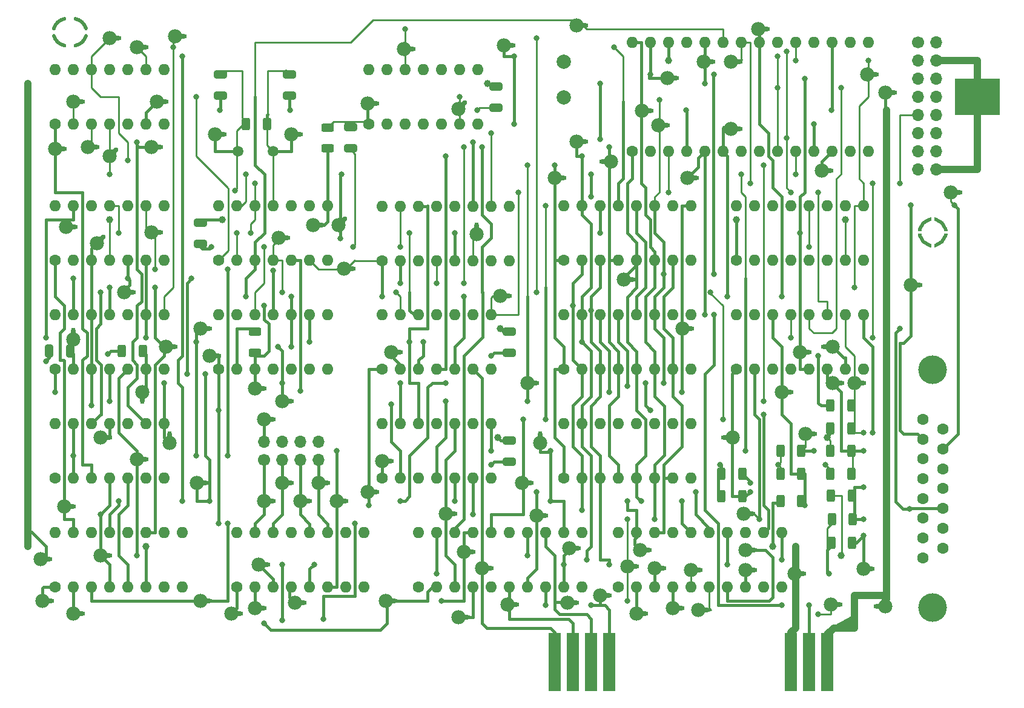
<source format=gbl>
%TF.GenerationSoftware,KiCad,Pcbnew,6.0.2+dfsg-1*%
%TF.CreationDate,2022-09-03T17:00:35-07:00*%
%TF.ProjectId,ISA-Card,4953412d-4361-4726-942e-6b696361645f,alpha*%
%TF.SameCoordinates,Original*%
%TF.FileFunction,Copper,L2,Bot*%
%TF.FilePolarity,Positive*%
%FSLAX46Y46*%
G04 Gerber Fmt 4.6, Leading zero omitted, Abs format (unit mm)*
G04 Created by KiCad (PCBNEW 6.0.2+dfsg-1) date 2022-09-03 17:00:35*
%MOMM*%
%LPD*%
G01*
G04 APERTURE LIST*
G04 Aperture macros list*
%AMRoundRect*
0 Rectangle with rounded corners*
0 $1 Rounding radius*
0 $2 $3 $4 $5 $6 $7 $8 $9 X,Y pos of 4 corners*
0 Add a 4 corners polygon primitive as box body*
4,1,4,$2,$3,$4,$5,$6,$7,$8,$9,$2,$3,0*
0 Add four circle primitives for the rounded corners*
1,1,$1+$1,$2,$3*
1,1,$1+$1,$4,$5*
1,1,$1+$1,$6,$7*
1,1,$1+$1,$8,$9*
0 Add four rect primitives between the rounded corners*
20,1,$1+$1,$2,$3,$4,$5,0*
20,1,$1+$1,$4,$5,$6,$7,0*
20,1,$1+$1,$6,$7,$8,$9,0*
20,1,$1+$1,$8,$9,$2,$3,0*%
%AMHorizOval*
0 Thick line with rounded ends*
0 $1 width*
0 $2 $3 position (X,Y) of the first rounded end (center of the circle)*
0 $4 $5 position (X,Y) of the second rounded end (center of the circle)*
0 Add line between two ends*
20,1,$1,$2,$3,$4,$5,0*
0 Add two circle primitives to create the rounded ends*
1,1,$1,$2,$3*
1,1,$1,$4,$5*%
G04 Aperture macros list end*
%TA.AperFunction,EtchedComponent*%
%ADD10C,0.508000*%
%TD*%
%TA.AperFunction,ConnectorPad*%
%ADD11R,1.778000X8.128000*%
%TD*%
%TA.AperFunction,SMDPad,CuDef*%
%ADD12HorizOval,0.635000X-0.224506X-0.224506X0.224506X0.224506X0*%
%TD*%
%TA.AperFunction,SMDPad,CuDef*%
%ADD13C,1.981200*%
%TD*%
%TA.AperFunction,SMDPad,CuDef*%
%ADD14O,1.270000X0.635000*%
%TD*%
%TA.AperFunction,ComponentPad*%
%ADD15C,4.000000*%
%TD*%
%TA.AperFunction,ComponentPad*%
%ADD16C,1.600000*%
%TD*%
%TA.AperFunction,ComponentPad*%
%ADD17O,1.600000X1.600000*%
%TD*%
%TA.AperFunction,SMDPad,CuDef*%
%ADD18O,0.635000X1.270000*%
%TD*%
%TA.AperFunction,SMDPad,CuDef*%
%ADD19R,6.350000X5.080000*%
%TD*%
%TA.AperFunction,ComponentPad*%
%ADD20C,2.000000*%
%TD*%
%TA.AperFunction,ComponentPad*%
%ADD21C,1.700000*%
%TD*%
%TA.AperFunction,ComponentPad*%
%ADD22O,1.700000X1.700000*%
%TD*%
%TA.AperFunction,ComponentPad*%
%ADD23C,1.500000*%
%TD*%
%TA.AperFunction,SMDPad,CuDef*%
%ADD24RoundRect,0.250000X0.312500X0.625000X-0.312500X0.625000X-0.312500X-0.625000X0.312500X-0.625000X0*%
%TD*%
%TA.AperFunction,SMDPad,CuDef*%
%ADD25RoundRect,0.250000X0.625000X-0.312500X0.625000X0.312500X-0.625000X0.312500X-0.625000X-0.312500X0*%
%TD*%
%TA.AperFunction,SMDPad,CuDef*%
%ADD26RoundRect,0.250000X0.650000X-0.325000X0.650000X0.325000X-0.650000X0.325000X-0.650000X-0.325000X0*%
%TD*%
%TA.AperFunction,SMDPad,CuDef*%
%ADD27RoundRect,0.250000X-0.325000X-0.650000X0.325000X-0.650000X0.325000X0.650000X-0.325000X0.650000X0*%
%TD*%
%TA.AperFunction,SMDPad,CuDef*%
%ADD28RoundRect,0.250000X-0.650000X0.325000X-0.650000X-0.325000X0.650000X-0.325000X0.650000X0.325000X0*%
%TD*%
%TA.AperFunction,SMDPad,CuDef*%
%ADD29RoundRect,0.250000X-0.312500X-0.625000X0.312500X-0.625000X0.312500X0.625000X-0.312500X0.625000X0*%
%TD*%
%TA.AperFunction,SMDPad,CuDef*%
%ADD30RoundRect,0.250000X-0.625000X0.312500X-0.625000X-0.312500X0.625000X-0.312500X0.625000X0.312500X0*%
%TD*%
%TA.AperFunction,ViaPad*%
%ADD31C,0.800000*%
%TD*%
%TA.AperFunction,ViaPad*%
%ADD32C,1.000000*%
%TD*%
%TA.AperFunction,Conductor*%
%ADD33C,0.400000*%
%TD*%
%TA.AperFunction,Conductor*%
%ADD34C,0.275000*%
%TD*%
%TA.AperFunction,Conductor*%
%ADD35C,1.000000*%
%TD*%
%TA.AperFunction,Conductor*%
%ADD36C,0.250000*%
%TD*%
G04 APERTURE END LIST*
D10*
%TO.C,REF\u002A\u002A*%
X78762013Y-55719999D02*
G75*
G03*
X77275035Y-57091292I381987J-1906071D01*
G01*
X77278944Y-58102319D02*
G75*
G03*
X78765921Y-59473611I1868964J534778D01*
G01*
X81773977Y-57091292D02*
G75*
G03*
X80287000Y-55720000I-1868964J-534778D01*
G01*
X80290908Y-59473612D02*
G75*
G03*
X81777886Y-58102319I-381987J1906071D01*
G01*
X199676047Y-83812877D02*
G75*
G03*
X198374504Y-85091587I476985J-1787249D01*
G01*
X201939213Y-85123131D02*
G75*
G03*
X200660503Y-83821588I-1787249J-476985D01*
G01*
X198365793Y-86076043D02*
G75*
G03*
X199644503Y-87377586I1787249J476985D01*
G01*
X200628959Y-87386297D02*
G75*
G03*
X201930502Y-86107587I-476985J1787249D01*
G01*
G36*
X202235303Y-85294787D02*
G01*
X202235303Y-85396387D01*
X201727303Y-85396387D01*
X201727303Y-85294787D01*
X201676503Y-85091587D01*
X202184503Y-85091587D01*
X202235303Y-85294787D01*
G37*
G36*
X200660503Y-83567587D02*
G01*
X200660503Y-84075587D01*
X200457303Y-84024787D01*
X200355703Y-84024787D01*
X200355703Y-83516787D01*
X200457303Y-83516787D01*
X200660503Y-83567587D01*
G37*
G36*
X199949303Y-84024787D02*
G01*
X199847703Y-84024787D01*
X199644503Y-84075587D01*
X199644503Y-83567587D01*
X199847703Y-83516787D01*
X199949303Y-83516787D01*
X199949303Y-84024787D01*
G37*
G36*
X198577703Y-85904387D02*
G01*
X198628503Y-86107587D01*
X198120503Y-86107587D01*
X198069703Y-85904387D01*
X198069703Y-85802787D01*
X198577703Y-85802787D01*
X198577703Y-85904387D01*
G37*
G36*
X200660503Y-87631587D02*
G01*
X200457303Y-87682387D01*
X200355703Y-87682387D01*
X200355703Y-87174387D01*
X200457303Y-87174387D01*
X200660503Y-87123587D01*
X200660503Y-87631587D01*
G37*
G36*
X202235303Y-85904387D02*
G01*
X202184503Y-86107587D01*
X201676503Y-86107587D01*
X201727303Y-85904387D01*
X201727303Y-85802787D01*
X202235303Y-85802787D01*
X202235303Y-85904387D01*
G37*
G36*
X198577703Y-85294787D02*
G01*
X198577703Y-85396387D01*
X198069703Y-85396387D01*
X198069703Y-85294787D01*
X198120503Y-85091587D01*
X198628503Y-85091587D01*
X198577703Y-85294787D01*
G37*
G36*
X199847703Y-87174387D02*
G01*
X199949303Y-87174387D01*
X199949303Y-87682387D01*
X199847703Y-87682387D01*
X199644503Y-87631587D01*
X199644503Y-87123587D01*
X199847703Y-87174387D01*
G37*
%TD*%
D11*
%TO.P,BUS1,1,GND*%
%TO.N,GND*%
X185420000Y-145732500D03*
%TO.P,BUS1,2,RESET*%
%TO.N,/RESETDRV*%
X182880000Y-145732500D03*
%TO.P,BUS1,3,VCC*%
%TO.N,VCC*%
X180340000Y-145732500D03*
%TO.P,BUS1,13,IOW*%
%TO.N,/~{IOW}*%
X154940000Y-145732500D03*
%TO.P,BUS1,14,IOR*%
%TO.N,/~{IOR}*%
X152400000Y-145732500D03*
%TO.P,BUS1,15,DACK3*%
%TO.N,/~{DACK3}*%
X149860000Y-145732500D03*
%TO.P,BUS1,16,DRQ3*%
%TO.N,/DRQ3*%
X147320000Y-145732500D03*
%TD*%
D12*
%TO.P,TP91,1,1*%
%TO.N,Net-(TP91-Pad1)*%
X117794460Y-83881540D03*
D13*
X117094000Y-84582000D03*
%TD*%
%TO.P,TP24,1,1*%
%TO.N,/A0*%
X123698000Y-137160000D03*
D14*
X124688600Y-137160000D03*
%TD*%
D13*
%TO.P,TP43,1,1*%
%TO.N,/DMA_ACK*%
X88900000Y-117348000D03*
D14*
X89890600Y-117348000D03*
%TD*%
D12*
%TO.P,TP75,1,1*%
%TO.N,/CLKp3*%
X134558460Y-67625540D03*
D13*
X133858000Y-68326000D03*
%TD*%
D14*
%TO.P,TP105,1,1*%
%TO.N,Net-(TP105-Pad1)*%
X81000600Y-67310000D03*
D13*
X80010000Y-67310000D03*
%TD*%
D14*
%TO.P,TP51,1,1*%
%TO.N,Net-(TP51-Pad1)*%
X98780600Y-99060000D03*
D13*
X97790000Y-99060000D03*
%TD*%
D14*
%TO.P,TP38,1,1*%
%TO.N,/A1*%
X76682600Y-137160000D03*
D13*
X75692000Y-137160000D03*
%TD*%
D15*
%TO.P,X3,0*%
%TO.N,N/C*%
X200175000Y-138105000D03*
X200175000Y-104805000D03*
D16*
%TO.P,X3,1,1*%
%TO.N,/Response+*%
X198755000Y-111760000D03*
%TO.P,X3,2,2*%
%TO.N,/Command+*%
X198755000Y-114530000D03*
%TO.P,X3,3,3*%
%TO.N,/Data+*%
X198755000Y-117300000D03*
%TO.P,X3,4,4*%
%TO.N,/Data Clock+*%
X198755000Y-120070000D03*
%TO.P,X3,5,5*%
%TO.N,/Attention+*%
X198755000Y-122840000D03*
%TO.P,X3,6,6*%
%TO.N,/M1*%
X198755000Y-125610000D03*
%TO.P,X3,7,7*%
%TO.N,/M3*%
X198755000Y-128380000D03*
%TO.P,X3,8,8*%
%TO.N,GND*%
X198755000Y-131150000D03*
%TO.P,X3,9,P9*%
%TO.N,/Response-*%
X201595000Y-113145000D03*
%TO.P,X3,10,P10*%
%TO.N,/Command-*%
X201595000Y-115915000D03*
%TO.P,X3,11,P111*%
%TO.N,/Data-*%
X201595000Y-118685000D03*
%TO.P,X3,12,P12*%
%TO.N,/Data Clock-*%
X201595000Y-121455000D03*
%TO.P,X3,13,P13*%
%TO.N,/Attention-*%
X201595000Y-124225000D03*
%TO.P,X3,14,P14*%
%TO.N,/M2*%
X201595000Y-126995000D03*
%TO.P,X3,15,P15*%
%TO.N,/M4*%
X201595000Y-129765000D03*
%TD*%
%TO.P,U7102,1,1OE*%
%TO.N,GND*%
X128270000Y-135255000D03*
D17*
%TO.P,U7102,2,1A0*%
%TO.N,/A0*%
X130810000Y-135255000D03*
%TO.P,U7102,3,2Y0*%
%TO.N,/A8b*%
X133350000Y-135255000D03*
%TO.P,U7102,4,1A1*%
%TO.N,/A9*%
X135890000Y-135255000D03*
%TO.P,U7102,5,2Y1*%
%TO.N,unconnected-(U7102-Pad5)*%
X138430000Y-135255000D03*
%TO.P,U7102,6,1A2*%
%TO.N,/~{DACK3}*%
X140970000Y-135255000D03*
%TO.P,U7102,7,2Y2*%
%TO.N,/~{RD}*%
X143510000Y-135255000D03*
%TO.P,U7102,8,1A3*%
%TO.N,/~{IOW}*%
X146050000Y-135255000D03*
%TO.P,U7102,9,2Y3*%
%TO.N,/AENb*%
X148590000Y-135255000D03*
%TO.P,U7102,10,GND*%
%TO.N,GND*%
X151130000Y-135255000D03*
%TO.P,U7102,11,2A3*%
%TO.N,/AEN*%
X151130000Y-127635000D03*
%TO.P,U7102,12,1Y3*%
%TO.N,/~{WR}*%
X148590000Y-127635000D03*
%TO.P,U7102,13,2A2*%
%TO.N,/~{IOR}*%
X146050000Y-127635000D03*
%TO.P,U7102,14,1Y2*%
%TO.N,/DMA_ACK*%
X143510000Y-127635000D03*
%TO.P,U7102,15,2A1*%
%TO.N,GND*%
X140970000Y-127635000D03*
%TO.P,U7102,16,1Y1*%
%TO.N,/A9b*%
X138430000Y-127635000D03*
%TO.P,U7102,17,2A0*%
%TO.N,/A8*%
X135890000Y-127635000D03*
%TO.P,U7102,18,1Y0*%
%TO.N,/A0b*%
X133350000Y-127635000D03*
%TO.P,U7102,19,2OE*%
%TO.N,GND*%
X130810000Y-127635000D03*
%TO.P,U7102,20,VCC*%
%TO.N,VCC*%
X128270000Y-127635000D03*
%TD*%
D13*
%TO.P,TP78,1,1*%
%TO.N,/A0b*%
X184658000Y-76962000D03*
D14*
X185648600Y-76962000D03*
%TD*%
%TO.P,TP54,1,1*%
%TO.N,Net-(TP54-Pad1)*%
X125450600Y-102362000D03*
D13*
X124460000Y-102362000D03*
%TD*%
%TO.P,TP17,1,1*%
%TO.N,/~{IOR}*%
X149098000Y-137414000D03*
D14*
X150088600Y-137414000D03*
%TD*%
%TO.P,TP68,1,1*%
%TO.N,/MDB3*%
X154203400Y-75692000D03*
D13*
X155194000Y-75692000D03*
%TD*%
D16*
%TO.P,U7105,1,A0*%
%TO.N,/A1*%
X77485000Y-135245000D03*
D17*
%TO.P,U7105,2,A1*%
%TO.N,/A2*%
X80025000Y-135245000D03*
%TO.P,U7105,3,A2*%
%TO.N,/A3*%
X82565000Y-135245000D03*
%TO.P,U7105,4,E1*%
%TO.N,/IOACT*%
X85105000Y-135245000D03*
%TO.P,U7105,5,E2*%
%TO.N,/IOSEL*%
X87645000Y-135245000D03*
%TO.P,U7105,6,E3*%
%TO.N,VCC*%
X90185000Y-135245000D03*
%TO.P,U7105,7,O7*%
%TO.N,unconnected-(U7105-Pad7)*%
X92725000Y-135245000D03*
%TO.P,U7105,8,GND*%
%TO.N,GND*%
X95265000Y-135245000D03*
%TO.P,U7105,9,O6*%
%TO.N,unconnected-(U7105-Pad9)*%
X95265000Y-127625000D03*
%TO.P,U7105,10,O5*%
%TO.N,unconnected-(U7105-Pad10)*%
X92725000Y-127625000D03*
%TO.P,U7105,11,O4*%
%TO.N,Net-(TP53-Pad1)*%
X90185000Y-127625000D03*
%TO.P,U7105,12,O3*%
%TO.N,Net-(TP50-Pad1)*%
X87645000Y-127625000D03*
%TO.P,U7105,13,O2*%
%TO.N,Net-(TP26-Pad1)*%
X85105000Y-127625000D03*
%TO.P,U7105,14,O1*%
%TO.N,/UART-~{CS}*%
X82565000Y-127625000D03*
%TO.P,U7105,15,O0*%
%TO.N,Net-(TP41-Pad1)*%
X80025000Y-127625000D03*
%TO.P,U7105,16,VCC*%
%TO.N,VCC*%
X77485000Y-127625000D03*
%TD*%
D13*
%TO.P,TP86,1,1*%
%TO.N,/~{RTS}*%
X150368000Y-56642000D03*
D14*
X151358600Y-56642000D03*
%TD*%
D13*
%TO.P,TP52,1,1*%
%TO.N,Net-(C4-Pad2)*%
X80010000Y-100584000D03*
D18*
X80010000Y-99593400D03*
%TD*%
D14*
%TO.P,TP65,1,1*%
%TO.N,/MDB0*%
X164058600Y-64008000D03*
D13*
X163068000Y-64008000D03*
%TD*%
D14*
%TO.P,TP5,1,1*%
%TO.N,/D0*%
X159740600Y-138938000D03*
D13*
X158750000Y-138938000D03*
%TD*%
D14*
%TO.P,TP27,1,1*%
%TO.N,/A7*%
X111988600Y-137414000D03*
D13*
X110998000Y-137414000D03*
%TD*%
%TO.P,TP49,1,1*%
%TO.N,/IOSEL*%
X106680000Y-111760000D03*
D14*
X107670600Y-111760000D03*
%TD*%
%TO.P,TP90,1,1*%
%TO.N,/RXD*%
X140690600Y-94488000D03*
D13*
X139700000Y-94488000D03*
%TD*%
D14*
%TO.P,TP2,1,1*%
%TO.N,/D7*%
X186918600Y-137668000D03*
D13*
X185928000Y-137668000D03*
%TD*%
D14*
%TO.P,TP12,1,1*%
%TO.N,/Data Clock+*%
X174726600Y-124968000D03*
D13*
X173736000Y-124968000D03*
%TD*%
%TO.P,TP77,1,1*%
%TO.N,/Attention*%
X171958000Y-61722000D03*
D14*
X172948600Y-61722000D03*
%TD*%
%TO.P,TP39,1,1*%
%TO.N,/A2*%
X81000600Y-138938000D03*
D13*
X80010000Y-138938000D03*
%TD*%
D14*
%TO.P,TP22,1,1*%
%TO.N,/A9*%
X134848600Y-139446000D03*
D13*
X133858000Y-139446000D03*
%TD*%
D14*
%TO.P,TP98,1,1*%
%TO.N,Net-(C5-Pad2)*%
X111480600Y-71882000D03*
D13*
X110490000Y-71882000D03*
%TD*%
D14*
%TO.P,TP36,1,1*%
%TO.N,Net-(TP36-Pad1)*%
X115290600Y-120650000D03*
D13*
X114300000Y-120650000D03*
%TD*%
D16*
%TO.P,U7104,1,A0*%
%TO.N,/A4*%
X102885000Y-135245000D03*
D17*
%TO.P,U7104,2,A1*%
%TO.N,/A5*%
X105425000Y-135245000D03*
%TO.P,U7104,3,A2*%
%TO.N,/A6*%
X107965000Y-135245000D03*
%TO.P,U7104,4,E1*%
%TO.N,/A7*%
X110505000Y-135245000D03*
%TO.P,U7104,5,E2*%
%TO.N,/AENb*%
X113045000Y-135245000D03*
%TO.P,U7104,6,E3*%
%TO.N,Net-(TP32-Pad1)*%
X115585000Y-135245000D03*
%TO.P,U7104,7,O7*%
%TO.N,unconnected-(U7104-Pad7)*%
X118125000Y-135245000D03*
%TO.P,U7104,8,GND*%
%TO.N,GND*%
X120665000Y-135245000D03*
%TO.P,U7104,9,O6*%
%TO.N,unconnected-(U7104-Pad9)*%
X120665000Y-127625000D03*
%TO.P,U7104,10,O5*%
%TO.N,unconnected-(U7104-Pad10)*%
X118125000Y-127625000D03*
%TO.P,U7104,11,O4*%
%TO.N,Net-(TP36-Pad1)*%
X115585000Y-127625000D03*
%TO.P,U7104,12,O3*%
%TO.N,Net-(TP35-Pad1)*%
X113045000Y-127625000D03*
%TO.P,U7104,13,O2*%
%TO.N,unconnected-(U7104-Pad13)*%
X110505000Y-127625000D03*
%TO.P,U7104,14,O1*%
%TO.N,Net-(TP34-Pad1)*%
X107965000Y-127625000D03*
%TO.P,U7104,15,O0*%
%TO.N,Net-(TP33-Pad1)*%
X105425000Y-127625000D03*
%TO.P,U7104,16,VCC*%
%TO.N,VCC*%
X102885000Y-127625000D03*
%TD*%
D13*
%TO.P,TP40,1,1*%
%TO.N,/IOACT*%
X83820000Y-130810000D03*
D14*
X84810600Y-130810000D03*
%TD*%
%TO.P,TP58,1,1*%
%TO.N,/Data*%
X182600600Y-102362000D03*
D13*
X181610000Y-102362000D03*
%TD*%
D14*
%TO.P,TP7,1,1*%
%TO.N,/D2*%
X164834600Y-138176000D03*
D13*
X163844000Y-138176000D03*
%TD*%
D19*
%TO.P,REF\u002A\u002A,1*%
%TO.N,GND*%
X206375000Y-66675000D03*
%TD*%
D13*
%TO.P,TP60,1,1*%
%TO.N,/Data Clock-*%
X172212000Y-114300000D03*
D14*
X171221400Y-114300000D03*
%TD*%
%TO.P,TP63,1,1*%
%TO.N,/Data+*%
X187172600Y-106680000D03*
D13*
X186182000Y-106680000D03*
%TD*%
D14*
%TO.P,TP72,1,1*%
%TO.N,/MDB7*%
X151358600Y-72898000D03*
D13*
X150368000Y-72898000D03*
%TD*%
D16*
%TO.P,U7112,1,~{R}*%
%TO.N,Net-(TP41-Pad1)*%
X77465000Y-89525000D03*
D17*
%TO.P,U7112,2,D*%
%TO.N,Net-(TP47-Pad1)*%
X80005000Y-89525000D03*
%TO.P,U7112,3,C*%
%TO.N,Net-(TP93-Pad1)*%
X82545000Y-89525000D03*
%TO.P,U7112,4,~{S}*%
%TO.N,VCC*%
X85085000Y-89525000D03*
%TO.P,U7112,5,Q*%
%TO.N,Net-(TP94-Pad1)*%
X87625000Y-89525000D03*
%TO.P,U7112,6,~{Q}*%
%TO.N,Net-(TP47-Pad1)*%
X90165000Y-89525000D03*
%TO.P,U7112,7,GND*%
%TO.N,GND*%
X92705000Y-89525000D03*
%TO.P,U7112,8,~{Q}*%
%TO.N,unconnected-(U7112-Pad8)*%
X92705000Y-81905000D03*
%TO.P,U7112,9,Q*%
%TO.N,Net-(TP96-Pad1)*%
X90165000Y-81905000D03*
%TO.P,U7112,10,~{S}*%
%TO.N,VCC*%
X87625000Y-81905000D03*
%TO.P,U7112,11,C*%
%TO.N,Net-(TP91-Pad1)*%
X85085000Y-81905000D03*
%TO.P,U7112,12,D*%
%TO.N,VCC*%
X82545000Y-81905000D03*
%TO.P,U7112,13,~{R}*%
%TO.N,Net-(TP95-Pad1)*%
X80005000Y-81905000D03*
%TO.P,U7112,14,VCC*%
%TO.N,VCC*%
X77465000Y-81905000D03*
%TD*%
D14*
%TO.P,TP34,1,1*%
%TO.N,Net-(TP34-Pad1)*%
X110210600Y-120650000D03*
D13*
X109220000Y-120650000D03*
%TD*%
D14*
%TO.P,TP83,1,1*%
%TO.N,/Command-*%
X203682600Y-80010000D03*
D13*
X202692000Y-80010000D03*
%TD*%
D14*
%TO.P,TP107,1,1*%
%TO.N,Net-(TP107-Pad1)*%
X92684600Y-67310000D03*
D13*
X91694000Y-67310000D03*
%TD*%
D14*
%TO.P,TP4,1,1*%
%TO.N,GND*%
X192557400Y-137922000D03*
D13*
X193548000Y-137922000D03*
%TD*%
D20*
%TO.P,C9,1*%
%TO.N,VCC*%
X148590000Y-61767323D03*
%TO.P,C9,2*%
%TO.N,GND*%
X148590000Y-66767323D03*
%TD*%
D16*
%TO.P,U7113,1,~{R}*%
%TO.N,Net-(TP50-Pad1)*%
X100325000Y-104765000D03*
D17*
%TO.P,U7113,2,D*%
%TO.N,Net-(R1-Pad2)*%
X102865000Y-104765000D03*
%TO.P,U7113,3,C*%
%TO.N,Net-(R1-Pad1)*%
X105405000Y-104765000D03*
%TO.P,U7113,4,~{S}*%
%TO.N,Net-(TP45-Pad1)*%
X107945000Y-104765000D03*
%TO.P,U7113,5,Q*%
%TO.N,Net-(TP54-Pad1)*%
X110485000Y-104765000D03*
%TO.P,U7113,6,~{Q}*%
%TO.N,unconnected-(U7113-Pad6)*%
X113025000Y-104765000D03*
%TO.P,U7113,7,GND*%
%TO.N,GND*%
X115565000Y-104765000D03*
%TO.P,U7113,8,~{Q}*%
%TO.N,unconnected-(U7113-Pad8)*%
X115565000Y-97145000D03*
%TO.P,U7113,9,Q*%
%TO.N,Net-(TP51-Pad1)*%
X113025000Y-97145000D03*
%TO.P,U7113,10,~{S}*%
%TO.N,Net-(TP41-Pad1)*%
X110485000Y-97145000D03*
%TO.P,U7113,11,C*%
%TO.N,/Data Clock*%
X107945000Y-97145000D03*
%TO.P,U7113,12,D*%
%TO.N,GND*%
X105405000Y-97145000D03*
%TO.P,U7113,13,~{R}*%
%TO.N,VCC*%
X102865000Y-97145000D03*
%TO.P,U7113,14,VCC*%
X100325000Y-97145000D03*
%TD*%
D14*
%TO.P,TP13,1,1*%
%TO.N,/AEN*%
X158470600Y-132334000D03*
D13*
X157480000Y-132334000D03*
%TD*%
D14*
%TO.P,TP11,1,1*%
%TO.N,/D6*%
X174980600Y-132842000D03*
D13*
X173990000Y-132842000D03*
%TD*%
D14*
%TO.P,TP102,1,1*%
%TO.N,/U7116-~{OE}*%
X95224600Y-58166000D03*
D13*
X94234000Y-58166000D03*
%TD*%
%TO.P,TP26,1,1*%
%TO.N,Net-(TP26-Pad1)*%
X121158000Y-121920000D03*
D14*
X122148600Y-121920000D03*
%TD*%
%TO.P,TP18,1,1*%
%TO.N,/~{IOW}*%
X154660600Y-136398000D03*
D13*
X153670000Y-136398000D03*
%TD*%
D14*
%TO.P,TP84,1,1*%
%TO.N,/UART-~{CS}*%
X141198600Y-59436000D03*
D13*
X140208000Y-59436000D03*
%TD*%
D16*
%TO.P,U7108,1*%
%TO.N,/~{DTR}*%
X77465000Y-104765000D03*
D17*
%TO.P,U7108,2*%
%TO.N,Net-(C4-Pad2)*%
X80005000Y-104765000D03*
%TO.P,U7108,3*%
%TO.N,Net-(TP93-Pad1)*%
X82545000Y-104765000D03*
%TO.P,U7108,4*%
%TO.N,/~{RD}*%
X85085000Y-104765000D03*
%TO.P,U7108,5*%
%TO.N,/DMA_ACK*%
X87625000Y-104765000D03*
%TO.P,U7108,6*%
%TO.N,/DMA_READ*%
X90165000Y-104765000D03*
%TO.P,U7108,7,GND*%
%TO.N,GND*%
X92705000Y-104765000D03*
%TO.P,U7108,8*%
%TO.N,/U7116-~{OE}*%
X92705000Y-97145000D03*
%TO.P,U7108,9*%
%TO.N,Net-(TP47-Pad1)*%
X90165000Y-97145000D03*
%TO.P,U7108,10*%
%TO.N,Net-(TP93-Pad1)*%
X87625000Y-97145000D03*
%TO.P,U7108,11*%
%TO.N,/U7117-~{OE}*%
X85085000Y-97145000D03*
%TO.P,U7108,12*%
%TO.N,Net-(TP93-Pad1)*%
X82545000Y-97145000D03*
%TO.P,U7108,13*%
%TO.N,Net-(TP94-Pad1)*%
X80005000Y-97145000D03*
%TO.P,U7108,14,VCC*%
%TO.N,VCC*%
X77465000Y-97145000D03*
%TD*%
D13*
%TO.P,TP62,1,1*%
%TO.N,/Attention+*%
X179070000Y-107950000D03*
D14*
X180060600Y-107950000D03*
%TD*%
D16*
%TO.P,U7116,1,QB*%
%TO.N,/MDB6*%
X148605000Y-89535000D03*
D17*
%TO.P,U7116,2,QC*%
%TO.N,/MDB5*%
X151145000Y-89535000D03*
%TO.P,U7116,3,QD*%
%TO.N,/MDB4*%
X153685000Y-89535000D03*
%TO.P,U7116,4,QE*%
%TO.N,/MDB3*%
X156225000Y-89535000D03*
%TO.P,U7116,5,QF*%
%TO.N,/MDB2*%
X158765000Y-89535000D03*
%TO.P,U7116,6,QG*%
%TO.N,/MDB1*%
X161305000Y-89535000D03*
%TO.P,U7116,7,QH*%
%TO.N,/MDB0*%
X163845000Y-89535000D03*
%TO.P,U7116,8,GND*%
%TO.N,GND*%
X166385000Y-89535000D03*
%TO.P,U7116,9,QH'*%
%TO.N,Net-(TP74-Pad1)*%
X166385000Y-81915000D03*
%TO.P,U7116,10,~{SRCLR}*%
%TO.N,VCC*%
X163845000Y-81915000D03*
%TO.P,U7116,11,SRCLK*%
%TO.N,/Data Clock*%
X161305000Y-81915000D03*
%TO.P,U7116,12,RCLK*%
%TO.N,Net-(TP91-Pad1)*%
X158765000Y-81915000D03*
%TO.P,U7116,13,~{OE}*%
%TO.N,/U7116-~{OE}*%
X156225000Y-81915000D03*
%TO.P,U7116,14,SER*%
%TO.N,/Data*%
X153685000Y-81915000D03*
%TO.P,U7116,15,QA*%
%TO.N,/MDB7*%
X151145000Y-81915000D03*
%TO.P,U7116,16,VCC*%
%TO.N,VCC*%
X148605000Y-81915000D03*
%TD*%
D13*
%TO.P,TP20,1,1*%
%TO.N,/~{RD}*%
X144780000Y-125222000D03*
D14*
X145770600Y-125222000D03*
%TD*%
%TO.P,TP71,1,1*%
%TO.N,/MDB6*%
X148310600Y-77978000D03*
D13*
X147320000Y-77978000D03*
%TD*%
%TO.P,TP44,1,1*%
%TO.N,Net-(TP44-Pad1)*%
X83820000Y-114300000D03*
D14*
X84810600Y-114300000D03*
%TD*%
D13*
%TO.P,TP46,1,1*%
%TO.N,/DMA_READ*%
X89662000Y-107950000D03*
D18*
X89662000Y-108940600D03*
%TD*%
D13*
%TO.P,TP9,1,1*%
%TO.N,/D4*%
X167386000Y-138430000D03*
D14*
X168376600Y-138430000D03*
%TD*%
%TO.P,TP66,1,1*%
%TO.N,/MDB1*%
X160502600Y-68580000D03*
D13*
X159512000Y-68580000D03*
%TD*%
%TO.P,TP57,1,1*%
%TO.N,Net-(TP57-Pad1)*%
X143510000Y-106680000D03*
D14*
X144500600Y-106680000D03*
%TD*%
D16*
%TO.P,U7121,1*%
%TO.N,/Data Clock-*%
X172735000Y-104765000D03*
D17*
%TO.P,U7121,2*%
%TO.N,/Data Clock+*%
X175275000Y-104765000D03*
%TO.P,U7121,3*%
%TO.N,/Data Clock*%
X177815000Y-104765000D03*
%TO.P,U7121,4*%
%TO.N,GND*%
X180355000Y-104765000D03*
%TO.P,U7121,5*%
%TO.N,/Data*%
X182895000Y-104765000D03*
%TO.P,U7121,6*%
%TO.N,/Data+*%
X185435000Y-104765000D03*
%TO.P,U7121,7*%
%TO.N,/Data-*%
X187975000Y-104765000D03*
%TO.P,U7121,8,GND*%
%TO.N,GND*%
X190515000Y-104765000D03*
%TO.P,U7121,9*%
%TO.N,/Response-*%
X190515000Y-97145000D03*
%TO.P,U7121,10*%
%TO.N,/Response+*%
X187975000Y-97145000D03*
%TO.P,U7121,11*%
%TO.N,/RXD*%
X185435000Y-97145000D03*
%TO.P,U7121,12*%
%TO.N,/~{DTR}*%
X182895000Y-97145000D03*
%TO.P,U7121,13*%
%TO.N,/Attention*%
X180355000Y-97145000D03*
%TO.P,U7121,14*%
%TO.N,/Attention+*%
X177815000Y-97145000D03*
%TO.P,U7121,15*%
%TO.N,/Attention-*%
X175275000Y-97145000D03*
%TO.P,U7121,16,VCC*%
%TO.N,VCC*%
X172735000Y-97145000D03*
%TD*%
D14*
%TO.P,TP103,1,1*%
%TO.N,Net-(TP103-Pad1)*%
X83032600Y-73660000D03*
D13*
X82042000Y-73660000D03*
%TD*%
%TO.P,TP25,1,1*%
%TO.N,/A8b*%
X132080000Y-124968000D03*
D14*
X133070600Y-124968000D03*
%TD*%
D13*
%TO.P,TP89,1,1*%
%TO.N,Net-(TP89-Pad1)*%
X136398000Y-85852000D03*
D18*
X136398000Y-84861400D03*
%TD*%
D14*
%TO.P,TP92,1,1*%
%TO.N,Net-(R3-Pad2)*%
X114528600Y-84582000D03*
D13*
X113538000Y-84582000D03*
%TD*%
D16*
%TO.P,U7111,1*%
%TO.N,Net-(TP26-Pad1)*%
X123185000Y-104775000D03*
D17*
%TO.P,U7111,2*%
%TO.N,Net-(TP54-Pad1)*%
X125725000Y-104775000D03*
%TO.P,U7111,3*%
%TO.N,/MDB7*%
X128265000Y-104775000D03*
%TO.P,U7111,4*%
%TO.N,/~{DTR}*%
X130805000Y-104775000D03*
%TO.P,U7111,5*%
%TO.N,Net-(TP96-Pad1)*%
X133345000Y-104775000D03*
%TO.P,U7111,6*%
%TO.N,/DRQ3*%
X135885000Y-104775000D03*
%TO.P,U7111,7,GND*%
%TO.N,GND*%
X138425000Y-104775000D03*
%TO.P,U7111,8*%
%TO.N,/RXD*%
X138425000Y-97155000D03*
%TO.P,U7111,9*%
%TO.N,/Command*%
X135885000Y-97155000D03*
%TO.P,U7111,10*%
%TO.N,Net-(TP88-Pad1)*%
X133345000Y-97155000D03*
%TO.P,U7111,11*%
%TO.N,Net-(R1-Pad1)*%
X130805000Y-97155000D03*
%TO.P,U7111,12*%
%TO.N,Net-(TP57-Pad1)*%
X128265000Y-97155000D03*
%TO.P,U7111,13*%
%TO.N,Net-(TP97-Pad1)*%
X125725000Y-97155000D03*
%TO.P,U7111,14,VCC*%
%TO.N,VCC*%
X123185000Y-97155000D03*
%TD*%
D16*
%TO.P,U7114,1,~{CP}*%
%TO.N,Net-(C7-Pad1)*%
X121280000Y-70475000D03*
D17*
%TO.P,U7114,2,MR*%
%TO.N,GND*%
X123820000Y-70475000D03*
%TO.P,U7114,3,Q6*%
%TO.N,unconnected-(U7114-Pad3)*%
X126360000Y-70475000D03*
%TO.P,U7114,4,Q5*%
%TO.N,unconnected-(U7114-Pad4)*%
X128900000Y-70475000D03*
%TO.P,U7114,5,Q4*%
%TO.N,unconnected-(U7114-Pad5)*%
X131440000Y-70475000D03*
%TO.P,U7114,6,Q3*%
%TO.N,/CLKp3*%
X133980000Y-70475000D03*
%TO.P,U7114,7,GND*%
%TO.N,GND*%
X136520000Y-70475000D03*
%TO.P,U7114,8*%
%TO.N,unconnected-(U7114-Pad8)*%
X136520000Y-62855000D03*
%TO.P,U7114,9,Q2*%
%TO.N,unconnected-(U7114-Pad9)*%
X133980000Y-62855000D03*
%TO.P,U7114,10*%
%TO.N,unconnected-(U7114-Pad10)*%
X131440000Y-62855000D03*
%TO.P,U7114,11,Q1*%
%TO.N,unconnected-(U7114-Pad11)*%
X128900000Y-62855000D03*
%TO.P,U7114,12,Q0*%
%TO.N,/CLKp0*%
X126360000Y-62855000D03*
%TO.P,U7114,13*%
%TO.N,unconnected-(U7114-Pad13)*%
X123820000Y-62855000D03*
%TO.P,U7114,14,VCC*%
%TO.N,VCC*%
X121280000Y-62855000D03*
%TD*%
D13*
%TO.P,TP56,1,1*%
%TO.N,Net-(TP56-Pad1)*%
X123190000Y-117602000D03*
D14*
X124180600Y-117602000D03*
%TD*%
%TO.P,TP15,1,1*%
%TO.N,/DRQ3*%
X138150600Y-132588000D03*
D13*
X137160000Y-132588000D03*
%TD*%
%TO.P,TP50,1,1*%
%TO.N,Net-(TP50-Pad1)*%
X99060000Y-102870000D03*
D14*
X100050600Y-102870000D03*
%TD*%
D13*
%TO.P,TP53,1,1*%
%TO.N,Net-(TP53-Pad1)*%
X92964000Y-101600000D03*
D14*
X93954600Y-101600000D03*
%TD*%
D13*
%TO.P,TP101,1,1*%
%TO.N,Net-(TP101-Pad1)*%
X90932000Y-73660000D03*
D14*
X91922600Y-73660000D03*
%TD*%
%TO.P,TP81,1,1*%
%TO.N,/Command*%
X191998600Y-63500000D03*
D13*
X191008000Y-63500000D03*
%TD*%
%TO.P,TP29,1,1*%
%TO.N,/A5*%
X105410000Y-138176000D03*
D14*
X106400600Y-138176000D03*
%TD*%
D13*
%TO.P,TP93,1,1*%
%TO.N,Net-(TP93-Pad1)*%
X83312000Y-87122000D03*
D12*
X84012460Y-86421540D03*
%TD*%
D13*
%TO.P,TP55,1,1*%
%TO.N,/~{WR}*%
X145288000Y-115062000D03*
D18*
X145288000Y-114071400D03*
%TD*%
D14*
%TO.P,TP8,1,1*%
%TO.N,/D3*%
X167360600Y-132842000D03*
D13*
X166370000Y-132842000D03*
%TD*%
%TO.P,TP47,1,1*%
%TO.N,Net-(TP47-Pad1)*%
X109220000Y-109220000D03*
D14*
X110210600Y-109220000D03*
%TD*%
%TO.P,TP42,1,1*%
%TO.N,VCC*%
X76428600Y-131318000D03*
D13*
X75438000Y-131318000D03*
%TD*%
D14*
%TO.P,TP87,1,1*%
%TO.N,Net-(C7-Pad1)*%
X122148600Y-67564000D03*
D13*
X121158000Y-67564000D03*
%TD*%
D14*
%TO.P,TP85,1,1*%
%TO.N,/CLKp0*%
X127228600Y-59944000D03*
D13*
X126238000Y-59944000D03*
%TD*%
%TO.P,TP1,1,1*%
%TO.N,/Attention-*%
X190450000Y-132700000D03*
D14*
X191440600Y-132700000D03*
%TD*%
D13*
%TO.P,TP64,1,1*%
%TO.N,/Response+*%
X189230000Y-106680000D03*
D14*
X190220600Y-106680000D03*
%TD*%
%TO.P,TP3,1,1*%
%TO.N,VCC*%
X181838600Y-133350000D03*
D13*
X180848000Y-133350000D03*
%TD*%
%TO.P,TP33,1,1*%
%TO.N,Net-(TP33-Pad1)*%
X106680000Y-123190000D03*
D14*
X107670600Y-123190000D03*
%TD*%
%TO.P,TP19,1,1*%
%TO.N,/AENb*%
X150342600Y-129794000D03*
D13*
X149352000Y-129794000D03*
%TD*%
%TO.P,TP6,1,1*%
%TO.N,/D1*%
X161290000Y-132588000D03*
D14*
X162280600Y-132588000D03*
%TD*%
D13*
%TO.P,TP28,1,1*%
%TO.N,/A6*%
X105918000Y-132080000D03*
D14*
X106908600Y-132080000D03*
%TD*%
D13*
%TO.P,TP99,1,1*%
%TO.N,Net-(C6-Pad2)*%
X99822000Y-71882000D03*
D14*
X100812600Y-71882000D03*
%TD*%
D16*
%TO.P,U7101,1,A->B*%
%TO.N,/~{RD}*%
X156210000Y-135255000D03*
D17*
%TO.P,U7101,2,A0*%
%TO.N,/D0*%
X158750000Y-135255000D03*
%TO.P,U7101,3,A1*%
%TO.N,/D1*%
X161290000Y-135255000D03*
%TO.P,U7101,4,A2*%
%TO.N,/D2*%
X163830000Y-135255000D03*
%TO.P,U7101,5,A3*%
%TO.N,/D3*%
X166370000Y-135255000D03*
%TO.P,U7101,6,A4*%
%TO.N,/D4*%
X168910000Y-135255000D03*
%TO.P,U7101,7,A5*%
%TO.N,/D5*%
X171450000Y-135255000D03*
%TO.P,U7101,8,A6*%
%TO.N,/D6*%
X173990000Y-135255000D03*
%TO.P,U7101,9,A7*%
%TO.N,/D7*%
X176530000Y-135255000D03*
%TO.P,U7101,10,GND*%
%TO.N,GND*%
X179070000Y-135255000D03*
%TO.P,U7101,11,B7*%
%TO.N,/MDB7*%
X179070000Y-127635000D03*
%TO.P,U7101,12,B6*%
%TO.N,/MDB6*%
X176530000Y-127635000D03*
%TO.P,U7101,13,B5*%
%TO.N,/MDB5*%
X173990000Y-127635000D03*
%TO.P,U7101,14,B4*%
%TO.N,/MDB4*%
X171450000Y-127635000D03*
%TO.P,U7101,15,B3*%
%TO.N,/MDB3*%
X168910000Y-127635000D03*
%TO.P,U7101,16,B2*%
%TO.N,/MDB2*%
X166370000Y-127635000D03*
%TO.P,U7101,17,B1*%
%TO.N,/MDB1*%
X163830000Y-127635000D03*
%TO.P,U7101,18,B0*%
%TO.N,/MDB0*%
X161290000Y-127635000D03*
%TO.P,U7101,19,CE*%
%TO.N,Net-(TP14-Pad1)*%
X158750000Y-127635000D03*
%TO.P,U7101,20,VCC*%
%TO.N,VCC*%
X156210000Y-127635000D03*
%TD*%
D13*
%TO.P,TP37,1,1*%
%TO.N,/U7117-~{OE}*%
X97282000Y-120650000D03*
D14*
X98272600Y-120650000D03*
%TD*%
D12*
%TO.P,TP104,1,1*%
%TO.N,Net-(TP104-Pad1)*%
X85790460Y-74229540D03*
D13*
X85090000Y-74930000D03*
%TD*%
%TO.P,TP35,1,1*%
%TO.N,Net-(TP35-Pad1)*%
X111760000Y-123190000D03*
D14*
X112750600Y-123190000D03*
%TD*%
D13*
%TO.P,TP45,1,1*%
%TO.N,Net-(TP45-Pad1)*%
X93472000Y-115062000D03*
D18*
X93472000Y-114071400D03*
%TD*%
D14*
%TO.P,TP32,1,1*%
%TO.N,Net-(TP32-Pad1)*%
X117830600Y-123190000D03*
D13*
X116840000Y-123190000D03*
%TD*%
D14*
%TO.P,TP31,1,1*%
%TO.N,/A3*%
X98780600Y-137160000D03*
D13*
X97790000Y-137160000D03*
%TD*%
%TO.P,TP95,1,1*%
%TO.N,Net-(TP95-Pad1)*%
X78994000Y-84836000D03*
D14*
X79984600Y-84836000D03*
%TD*%
D13*
%TO.P,TP76,1,1*%
%TO.N,/~{DTR}*%
X168148000Y-61722000D03*
D14*
X169138600Y-61722000D03*
%TD*%
D16*
%TO.P,U7120,1*%
%TO.N,VCC*%
X172735000Y-89535000D03*
D17*
%TO.P,U7120,2*%
%TO.N,unconnected-(U7120-Pad2)*%
X175275000Y-89535000D03*
%TO.P,U7120,3*%
%TO.N,unconnected-(U7120-Pad3)*%
X177815000Y-89535000D03*
%TO.P,U7120,4*%
%TO.N,GND*%
X180355000Y-89535000D03*
%TO.P,U7120,5*%
%TO.N,unconnected-(U7120-Pad5)*%
X182895000Y-89535000D03*
%TO.P,U7120,6*%
%TO.N,unconnected-(U7120-Pad6)*%
X185435000Y-89535000D03*
%TO.P,U7120,7*%
%TO.N,VCC*%
X187975000Y-89535000D03*
%TO.P,U7120,8,GND*%
%TO.N,GND*%
X190515000Y-89535000D03*
%TO.P,U7120,9*%
%TO.N,/Command*%
X190515000Y-81915000D03*
%TO.P,U7120,10*%
%TO.N,/Command+*%
X187975000Y-81915000D03*
%TO.P,U7120,11*%
%TO.N,/Command-*%
X185435000Y-81915000D03*
%TO.P,U7120,12*%
%TO.N,GND*%
X182895000Y-81915000D03*
%TO.P,U7120,13*%
%TO.N,unconnected-(U7120-Pad13)*%
X180355000Y-81915000D03*
%TO.P,U7120,14*%
%TO.N,unconnected-(U7120-Pad14)*%
X177815000Y-81915000D03*
%TO.P,U7120,15*%
%TO.N,VCC*%
X175275000Y-81915000D03*
%TO.P,U7120,16,VCC*%
X172735000Y-81915000D03*
%TD*%
D14*
%TO.P,TP73,1,1*%
%TO.N,/Command+*%
X198094600Y-92964000D03*
D13*
X197104000Y-92964000D03*
%TD*%
%TO.P,TP69,1,1*%
%TO.N,/MDB4*%
X165862000Y-77978000D03*
D14*
X166852600Y-77978000D03*
%TD*%
D21*
%TO.P,X2,1,Pin_1*%
%TO.N,Net-(TP33-Pad1)*%
X106690000Y-117480000D03*
D22*
%TO.P,X2,2,Pin_2*%
%TO.N,/IOSEL*%
X106690000Y-114940000D03*
%TO.P,X2,3,Pin_3*%
%TO.N,Net-(TP34-Pad1)*%
X109230000Y-117480000D03*
%TO.P,X2,4,Pin_4*%
%TO.N,/IOSEL*%
X109230000Y-114940000D03*
%TO.P,X2,5,Pin_5*%
%TO.N,Net-(TP35-Pad1)*%
X111770000Y-117480000D03*
%TO.P,X2,6,Pin_6*%
%TO.N,/IOSEL*%
X111770000Y-114940000D03*
%TO.P,X2,7,Pin_7*%
%TO.N,Net-(TP36-Pad1)*%
X114310000Y-117480000D03*
%TO.P,X2,8,Pin_8*%
%TO.N,/IOSEL*%
X114310000Y-114940000D03*
%TD*%
D16*
%TO.P,U7109,1,OEa*%
%TO.N,Net-(TP88-Pad1)*%
X123205000Y-89545000D03*
D17*
%TO.P,U7109,2,I1*%
%TO.N,Net-(TP53-Pad1)*%
X125745000Y-89545000D03*
%TO.P,U7109,3,O1a*%
%TO.N,Net-(TP89-Pad1)*%
X128285000Y-89545000D03*
%TO.P,U7109,4,I2*%
%TO.N,Net-(TP108-Pad1)*%
X130825000Y-89545000D03*
%TO.P,U7109,5,O2a*%
%TO.N,/Data*%
X133365000Y-89545000D03*
%TO.P,U7109,6,I3*%
%TO.N,Net-(TP89-Pad1)*%
X135905000Y-89545000D03*
%TO.P,U7109,7,O3a*%
%TO.N,/Data Clock*%
X138445000Y-89545000D03*
%TO.P,U7109,8,GND*%
%TO.N,GND*%
X140985000Y-89545000D03*
%TO.P,U7109,9,O4a*%
%TO.N,/Attention*%
X140985000Y-81925000D03*
%TO.P,U7109,10,I4*%
%TO.N,Net-(TP103-Pad1)*%
X138445000Y-81925000D03*
%TO.P,U7109,11,O5b*%
%TO.N,Net-(TP101-Pad1)*%
X135905000Y-81925000D03*
%TO.P,U7109,12,I5*%
%TO.N,/Attention*%
X133365000Y-81925000D03*
%TO.P,U7109,13,O6b*%
%TO.N,Net-(TP105-Pad1)*%
X130825000Y-81925000D03*
%TO.P,U7109,14,I6*%
%TO.N,Net-(TP41-Pad1)*%
X128285000Y-81925000D03*
%TO.P,U7109,15,OEb*%
%TO.N,GND*%
X125745000Y-81925000D03*
%TO.P,U7109,16,VCC*%
%TO.N,VCC*%
X123205000Y-81925000D03*
%TD*%
D13*
%TO.P,TP61,1,1*%
%TO.N,/Data-*%
X186182000Y-101600000D03*
D14*
X185191400Y-101600000D03*
%TD*%
D13*
%TO.P,TP23,1,1*%
%TO.N,/A8*%
X134620000Y-130302000D03*
D14*
X135610600Y-130302000D03*
%TD*%
%TO.P,TP88,1,1*%
%TO.N,Net-(TP88-Pad1)*%
X118846600Y-90678000D03*
D13*
X117856000Y-90678000D03*
%TD*%
%TO.P,TP59,1,1*%
%TO.N,/Response-*%
X182372000Y-113792000D03*
D14*
X183362600Y-113792000D03*
%TD*%
D13*
%TO.P,TP16,1,1*%
%TO.N,/~{DACK3}*%
X140716000Y-137668000D03*
D14*
X141706600Y-137668000D03*
%TD*%
D13*
%TO.P,TP82,1,1*%
%TO.N,/Data Clock*%
X161798000Y-70612000D03*
D14*
X162788600Y-70612000D03*
%TD*%
%TO.P,TP79,1,1*%
%TO.N,GND*%
X194538600Y-66040000D03*
D13*
X193548000Y-66040000D03*
%TD*%
D14*
%TO.P,TP10,1,1*%
%TO.N,/D5*%
X174980600Y-130048000D03*
D13*
X173990000Y-130048000D03*
%TD*%
D16*
%TO.P,U7115,1,~{CP}*%
%TO.N,Net-(TP100-Pad1)*%
X77470000Y-70475000D03*
D17*
%TO.P,U7115,2,MR*%
%TO.N,Net-(TP105-Pad1)*%
X80010000Y-70475000D03*
%TO.P,U7115,3,Q6*%
%TO.N,Net-(TP103-Pad1)*%
X82550000Y-70475000D03*
%TO.P,U7115,4,Q5*%
%TO.N,Net-(TP104-Pad1)*%
X85090000Y-70475000D03*
%TO.P,U7115,5,Q4*%
%TO.N,unconnected-(U7115-Pad5)*%
X87630000Y-70475000D03*
%TO.P,U7115,6,Q3*%
%TO.N,Net-(TP107-Pad1)*%
X90170000Y-70475000D03*
%TO.P,U7115,7,GND*%
%TO.N,GND*%
X92710000Y-70475000D03*
%TO.P,U7115,8*%
%TO.N,unconnected-(U7115-Pad8)*%
X92710000Y-62855000D03*
%TO.P,U7115,9,Q2*%
%TO.N,Net-(TP106-Pad1)*%
X90170000Y-62855000D03*
%TO.P,U7115,10*%
%TO.N,unconnected-(U7115-Pad10)*%
X87630000Y-62855000D03*
%TO.P,U7115,11,Q1*%
%TO.N,unconnected-(U7115-Pad11)*%
X85090000Y-62855000D03*
%TO.P,U7115,12,Q0*%
%TO.N,Net-(TP108-Pad1)*%
X82550000Y-62855000D03*
%TO.P,U7115,13*%
%TO.N,unconnected-(U7115-Pad13)*%
X80010000Y-62855000D03*
%TO.P,U7115,14,VCC*%
%TO.N,VCC*%
X77470000Y-62855000D03*
%TD*%
D23*
%TO.P,X-TAL1,1,1*%
%TO.N,Net-(C5-Pad2)*%
X107950000Y-74295000D03*
%TO.P,X-TAL1,2,2*%
%TO.N,Net-(C6-Pad2)*%
X103050000Y-74295000D03*
%TD*%
D16*
%TO.P,U7117,1,QB*%
%TO.N,/MDB6*%
X148605000Y-104765000D03*
D17*
%TO.P,U7117,2,QC*%
%TO.N,/MDB5*%
X151145000Y-104765000D03*
%TO.P,U7117,3,QD*%
%TO.N,/MDB4*%
X153685000Y-104765000D03*
%TO.P,U7117,4,QE*%
%TO.N,/MDB3*%
X156225000Y-104765000D03*
%TO.P,U7117,5,QF*%
%TO.N,/MDB2*%
X158765000Y-104765000D03*
%TO.P,U7117,6,QG*%
%TO.N,/MDB1*%
X161305000Y-104765000D03*
%TO.P,U7117,7,QH*%
%TO.N,/MDB0*%
X163845000Y-104765000D03*
%TO.P,U7117,8,GND*%
%TO.N,GND*%
X166385000Y-104765000D03*
%TO.P,U7117,9,QH'*%
%TO.N,unconnected-(U7117-Pad9)*%
X166385000Y-97145000D03*
%TO.P,U7117,10,~{SRCLR}*%
%TO.N,VCC*%
X163845000Y-97145000D03*
%TO.P,U7117,11,SRCLK*%
%TO.N,/Data Clock*%
X161305000Y-97145000D03*
%TO.P,U7117,12,RCLK*%
%TO.N,Net-(TP91-Pad1)*%
X158765000Y-97145000D03*
%TO.P,U7117,13,~{OE}*%
%TO.N,/U7117-~{OE}*%
X156225000Y-97145000D03*
%TO.P,U7117,14,SER*%
%TO.N,Net-(TP74-Pad1)*%
X153685000Y-97145000D03*
%TO.P,U7117,15,QA*%
%TO.N,/MDB7*%
X151145000Y-97145000D03*
%TO.P,U7117,16,VCC*%
%TO.N,VCC*%
X148605000Y-97145000D03*
%TD*%
D13*
%TO.P,TP70,1,1*%
%TO.N,/MDB5*%
X171958000Y-71120000D03*
D14*
X172948600Y-71120000D03*
%TD*%
D13*
%TO.P,TP108,1,1*%
%TO.N,Net-(TP108-Pad1)*%
X85090000Y-58420000D03*
D14*
X86080600Y-58420000D03*
%TD*%
D16*
%TO.P,U7118,1,QB*%
%TO.N,/MDB6*%
X148605000Y-120005000D03*
D17*
%TO.P,U7118,2,QC*%
%TO.N,/MDB5*%
X151145000Y-120005000D03*
%TO.P,U7118,3,QD*%
%TO.N,/MDB4*%
X153685000Y-120005000D03*
%TO.P,U7118,4,QE*%
%TO.N,/MDB3*%
X156225000Y-120005000D03*
%TO.P,U7118,5,QF*%
%TO.N,/MDB2*%
X158765000Y-120005000D03*
%TO.P,U7118,6,QG*%
%TO.N,/MDB1*%
X161305000Y-120005000D03*
%TO.P,U7118,7,QH*%
%TO.N,/MDB0*%
X163845000Y-120005000D03*
%TO.P,U7118,8,GND*%
%TO.N,GND*%
X166385000Y-120005000D03*
%TO.P,U7118,9,QH'*%
%TO.N,unconnected-(U7118-Pad9)*%
X166385000Y-112385000D03*
%TO.P,U7118,10,~{SRCLR}*%
%TO.N,VCC*%
X163845000Y-112385000D03*
%TO.P,U7118,11,SRCLK*%
%TO.N,Net-(TP106-Pad1)*%
X161305000Y-112385000D03*
%TO.P,U7118,12,RCLK*%
%TO.N,Net-(TP57-Pad1)*%
X158765000Y-112385000D03*
%TO.P,U7118,13,~{OE}*%
%TO.N,Net-(TP50-Pad1)*%
X156225000Y-112385000D03*
%TO.P,U7118,14,SER*%
%TO.N,/Attention*%
X153685000Y-112385000D03*
%TO.P,U7118,15,QA*%
%TO.N,/MDB7*%
X151145000Y-112385000D03*
%TO.P,U7118,16,VCC*%
%TO.N,VCC*%
X148605000Y-112385000D03*
%TD*%
D21*
%TO.P,X5,1,Pin_1*%
%TO.N,/RXD*%
X198120000Y-59055000D03*
D22*
%TO.P,X5,2,Pin_2*%
%TO.N,GND*%
X200660000Y-59055000D03*
%TO.P,X5,3,Pin_3*%
%TO.N,/Command*%
X198120000Y-61595000D03*
%TO.P,X5,4,Pin_4*%
%TO.N,GND*%
X200660000Y-61595000D03*
%TO.P,X5,5,Pin_5*%
%TO.N,/Data*%
X198120000Y-64135000D03*
%TO.P,X5,6,Pin_6*%
%TO.N,unconnected-(X5-Pad6)*%
X200660000Y-64135000D03*
%TO.P,X5,7,Pin_7*%
%TO.N,/Data Clock*%
X198120000Y-66675000D03*
%TO.P,X5,8,Pin_8*%
%TO.N,unconnected-(X5-Pad8)*%
X200660000Y-66675000D03*
%TO.P,X5,9,Pin_9*%
%TO.N,/Attention*%
X198120000Y-69215000D03*
%TO.P,X5,10,Pin_10*%
%TO.N,unconnected-(X5-Pad10)*%
X200660000Y-69215000D03*
%TO.P,X5,11,Pin_11*%
%TO.N,unconnected-(X5-Pad11)*%
X198120000Y-71755000D03*
%TO.P,X5,12,Pin_12*%
%TO.N,unconnected-(X5-Pad12)*%
X200660000Y-71755000D03*
%TO.P,X5,13,Pin_13*%
%TO.N,unconnected-(X5-Pad13)*%
X198120000Y-74295000D03*
%TO.P,X5,14,Pin_14*%
%TO.N,unconnected-(X5-Pad14)*%
X200660000Y-74295000D03*
%TO.P,X5,15,Pin_15*%
%TO.N,GND*%
X198120000Y-76835000D03*
%TO.P,X5,16,Pin_16*%
X200660000Y-76835000D03*
%TD*%
D14*
%TO.P,TP41,1,1*%
%TO.N,Net-(TP41-Pad1)*%
X79730600Y-123952000D03*
D13*
X78740000Y-123952000D03*
%TD*%
D14*
%TO.P,TP80,1,1*%
%TO.N,/RESETDRV*%
X176758600Y-57150000D03*
D13*
X175768000Y-57150000D03*
%TD*%
%TO.P,TP94,1,1*%
%TO.N,Net-(TP94-Pad1)*%
X87122000Y-93980000D03*
D14*
X88112600Y-93980000D03*
%TD*%
%TO.P,TP30,1,1*%
%TO.N,/A4*%
X103098600Y-138938000D03*
D13*
X102108000Y-138938000D03*
%TD*%
%TO.P,TP21,1,1*%
%TO.N,/A9b*%
X142748000Y-120650000D03*
D14*
X143738600Y-120650000D03*
%TD*%
D16*
%TO.P,U7106,1*%
%TO.N,Net-(TP56-Pad1)*%
X123185000Y-120005000D03*
D17*
%TO.P,U7106,2*%
%TO.N,Net-(TP93-Pad1)*%
X125725000Y-120005000D03*
%TO.P,U7106,3*%
%TO.N,Net-(TP14-Pad1)*%
X128265000Y-120005000D03*
%TO.P,U7106,4*%
%TO.N,/~{RD}*%
X130805000Y-120005000D03*
%TO.P,U7106,5*%
%TO.N,/~{WR}*%
X133345000Y-120005000D03*
%TO.P,U7106,6*%
%TO.N,/IOACT*%
X135885000Y-120005000D03*
%TO.P,U7106,7,GND*%
%TO.N,GND*%
X138425000Y-120005000D03*
%TO.P,U7106,8*%
%TO.N,Net-(TP32-Pad1)*%
X138425000Y-112385000D03*
%TO.P,U7106,9*%
%TO.N,/A9b*%
X135885000Y-112385000D03*
%TO.P,U7106,10*%
%TO.N,/A8b*%
X133345000Y-112385000D03*
%TO.P,U7106,11*%
%TO.N,Net-(TP95-Pad1)*%
X130805000Y-112385000D03*
%TO.P,U7106,12*%
%TO.N,Net-(TP41-Pad1)*%
X128265000Y-112385000D03*
%TO.P,U7106,13*%
%TO.N,Net-(TP47-Pad1)*%
X125725000Y-112385000D03*
%TO.P,U7106,14,VCC*%
%TO.N,VCC*%
X123185000Y-112385000D03*
%TD*%
D14*
%TO.P,TP97,1,1*%
%TO.N,Net-(TP97-Pad1)*%
X109702600Y-86360000D03*
D13*
X108712000Y-86360000D03*
%TD*%
D16*
%TO.P,U7119,1,D2*%
%TO.N,/MDB2*%
X158100000Y-74300000D03*
D17*
%TO.P,U7119,2,D3*%
%TO.N,/MDB3*%
X160640000Y-74300000D03*
%TO.P,U7119,3,RXD*%
%TO.N,/RXD*%
X163180000Y-74300000D03*
%TO.P,U7119,4,GND*%
%TO.N,GND*%
X165720000Y-74300000D03*
%TO.P,U7119,5,D4*%
%TO.N,/MDB4*%
X168260000Y-74300000D03*
%TO.P,U7119,6,D5*%
%TO.N,/MDB5*%
X170800000Y-74300000D03*
%TO.P,U7119,7,D6*%
%TO.N,/MDB6*%
X173340000Y-74300000D03*
%TO.P,U7119,8,D7*%
%TO.N,/MDB7*%
X175880000Y-74300000D03*
%TO.P,U7119,9,~{TXC}*%
%TO.N,/CLKp3*%
X178420000Y-74300000D03*
%TO.P,U7119,10,~{WR}*%
%TO.N,/~{WR}*%
X180960000Y-74300000D03*
%TO.P,U7119,11,~{CS}*%
%TO.N,/UART-~{CS}*%
X183500000Y-74300000D03*
%TO.P,U7119,12,C/~{D}*%
%TO.N,/A0b*%
X186040000Y-74300000D03*
%TO.P,U7119,13,~{RD}*%
%TO.N,/~{RD}*%
X188580000Y-74300000D03*
%TO.P,U7119,14,RXRDY*%
%TO.N,unconnected-(U7119-Pad14)*%
X191120000Y-74300000D03*
%TO.P,U7119,15,TXRDY*%
%TO.N,unconnected-(U7119-Pad15)*%
X191120000Y-59060000D03*
%TO.P,U7119,16,SYNDET*%
%TO.N,unconnected-(U7119-Pad16)*%
X188580000Y-59060000D03*
%TO.P,U7119,17,~{CTS}*%
%TO.N,GND*%
X186040000Y-59060000D03*
%TO.P,U7119,18,TXE*%
%TO.N,unconnected-(U7119-Pad18)*%
X183500000Y-59060000D03*
%TO.P,U7119,19,TXD*%
%TO.N,/Command*%
X180960000Y-59060000D03*
%TO.P,U7119,20,CLK*%
%TO.N,/CLKp0*%
X178420000Y-59060000D03*
%TO.P,U7119,21,RESET*%
%TO.N,/RESETDRV*%
X175880000Y-59060000D03*
%TO.P,U7119,22,~{DSR}*%
%TO.N,/Attention*%
X173340000Y-59060000D03*
%TO.P,U7119,23,~{RTS}*%
%TO.N,/~{RTS}*%
X170800000Y-59060000D03*
%TO.P,U7119,24,~{DTR}*%
%TO.N,/~{DTR}*%
X168260000Y-59060000D03*
%TO.P,U7119,25,~{RXC}*%
%TO.N,/CLKp3*%
X165720000Y-59060000D03*
%TO.P,U7119,26,Vcc*%
%TO.N,VCC*%
X163180000Y-59060000D03*
%TO.P,U7119,27,D0*%
%TO.N,/MDB0*%
X160640000Y-59060000D03*
%TO.P,U7119,28,D1*%
%TO.N,/MDB1*%
X158100000Y-59060000D03*
%TD*%
D14*
%TO.P,TP14,1,1*%
%TO.N,Net-(TP14-Pad1)*%
X160248600Y-130048000D03*
D13*
X159258000Y-130048000D03*
%TD*%
D16*
%TO.P,U7110,1*%
%TO.N,Net-(TP107-Pad1)*%
X100325000Y-89525000D03*
D17*
%TO.P,U7110,2*%
%TO.N,Net-(TP91-Pad1)*%
X102865000Y-89525000D03*
%TO.P,U7110,3*%
%TO.N,/~{RTS}*%
X105405000Y-89525000D03*
%TO.P,U7110,4*%
%TO.N,Net-(TP97-Pad1)*%
X107945000Y-89525000D03*
%TO.P,U7110,5*%
%TO.N,/~{DTR}*%
X110485000Y-89525000D03*
%TO.P,U7110,6*%
%TO.N,Net-(TP88-Pad1)*%
X113025000Y-89525000D03*
%TO.P,U7110,7,GND*%
%TO.N,GND*%
X115565000Y-89525000D03*
%TO.P,U7110,8*%
%TO.N,Net-(R3-Pad2)*%
X115565000Y-81905000D03*
%TO.P,U7110,9*%
%TO.N,Net-(C6-Pad2)*%
X113025000Y-81905000D03*
%TO.P,U7110,10*%
X110485000Y-81905000D03*
%TO.P,U7110,11*%
%TO.N,Net-(C5-Pad2)*%
X107945000Y-81905000D03*
%TO.P,U7110,12*%
%TO.N,Net-(TP57-Pad1)*%
X105405000Y-81905000D03*
%TO.P,U7110,13*%
%TO.N,Net-(TP104-Pad1)*%
X102865000Y-81905000D03*
%TO.P,U7110,14,VCC*%
%TO.N,VCC*%
X100325000Y-81905000D03*
%TD*%
D14*
%TO.P,TP67,1,1*%
%TO.N,/MDB2*%
X157962600Y-92202000D03*
D13*
X156972000Y-92202000D03*
%TD*%
D16*
%TO.P,U7107,1*%
%TO.N,/Data Clock*%
X77465000Y-120005000D03*
D17*
%TO.P,U7107,2*%
%TO.N,Net-(TP51-Pad1)*%
X80005000Y-120005000D03*
%TO.P,U7107,3*%
%TO.N,Net-(TP100-Pad1)*%
X82545000Y-120005000D03*
%TO.P,U7107,4*%
%TO.N,/IOACT*%
X85085000Y-120005000D03*
%TO.P,U7107,5*%
%TO.N,/IOSEL*%
X87625000Y-120005000D03*
%TO.P,U7107,6*%
%TO.N,Net-(TP56-Pad1)*%
X90165000Y-120005000D03*
%TO.P,U7107,7,GND*%
%TO.N,GND*%
X92705000Y-120005000D03*
%TO.P,U7107,8*%
%TO.N,Net-(TP45-Pad1)*%
X92705000Y-112385000D03*
%TO.P,U7107,9*%
%TO.N,Net-(TP101-Pad1)*%
X90165000Y-112385000D03*
%TO.P,U7107,10*%
%TO.N,Net-(TP44-Pad1)*%
X87625000Y-112385000D03*
%TO.P,U7107,11*%
X85085000Y-112385000D03*
%TO.P,U7107,12*%
%TO.N,/~{RTS}*%
X82545000Y-112385000D03*
%TO.P,U7107,13*%
%TO.N,Net-(TP51-Pad1)*%
X80005000Y-112385000D03*
%TO.P,U7107,14,VCC*%
%TO.N,VCC*%
X77465000Y-112385000D03*
%TD*%
D14*
%TO.P,TP96,1,1*%
%TO.N,Net-(TP96-Pad1)*%
X91922600Y-85598000D03*
D13*
X90932000Y-85598000D03*
%TD*%
D14*
%TO.P,TP100,1,1*%
%TO.N,Net-(TP100-Pad1)*%
X78460600Y-73914000D03*
D13*
X77470000Y-73914000D03*
%TD*%
D14*
%TO.P,TP48,1,1*%
%TO.N,Net-(R1-Pad1)*%
X106400600Y-107442000D03*
D13*
X105410000Y-107442000D03*
%TD*%
%TO.P,TP106,1,1*%
%TO.N,Net-(TP106-Pad1)*%
X88900000Y-59690000D03*
D14*
X89890600Y-59690000D03*
%TD*%
D13*
%TO.P,TP74,1,1*%
%TO.N,Net-(TP74-Pad1)*%
X165188900Y-99110800D03*
D14*
X166179500Y-99110800D03*
%TD*%
D24*
%TO.P,R16,1*%
%TO.N,/Attention+*%
X181802500Y-119380000D03*
%TO.P,R16,2*%
%TO.N,GND*%
X178877500Y-119380000D03*
%TD*%
D25*
%TO.P,R1,1*%
%TO.N,Net-(R1-Pad1)*%
X105410000Y-102427500D03*
%TO.P,R1,2*%
%TO.N,Net-(R1-Pad2)*%
X105410000Y-99502500D03*
%TD*%
D26*
%TO.P,C6,1*%
%TO.N,GND*%
X100584000Y-66499000D03*
%TO.P,C6,2*%
%TO.N,Net-(C6-Pad2)*%
X100584000Y-63549000D03*
%TD*%
D27*
%TO.P,C4,1*%
%TO.N,GND*%
X76630000Y-102235000D03*
%TO.P,C4,2*%
%TO.N,Net-(C4-Pad2)*%
X79580000Y-102235000D03*
%TD*%
D24*
%TO.P,R14,1*%
%TO.N,/Data Clock+*%
X188976000Y-125730000D03*
%TO.P,R14,2*%
%TO.N,GND*%
X186051000Y-125730000D03*
%TD*%
%TO.P,R5,1*%
%TO.N,/Response-*%
X181802500Y-116205000D03*
%TO.P,R5,2*%
%TO.N,GND*%
X178877500Y-116205000D03*
%TD*%
D28*
%TO.P,C3,1*%
%TO.N,VCC*%
X140970000Y-99490000D03*
%TO.P,C3,2*%
%TO.N,GND*%
X140970000Y-102440000D03*
%TD*%
%TO.P,C1,1*%
%TO.N,VCC*%
X97790000Y-84250000D03*
%TO.P,C1,2*%
%TO.N,GND*%
X97790000Y-87200000D03*
%TD*%
D24*
%TO.P,R12,1*%
%TO.N,/Data+*%
X188787500Y-119380000D03*
%TO.P,R12,2*%
%TO.N,GND*%
X185862500Y-119380000D03*
%TD*%
%TO.P,R9,1*%
%TO.N,/Response+*%
X188787500Y-113030000D03*
%TO.P,R9,2*%
%TO.N,VCC*%
X185862500Y-113030000D03*
%TD*%
%TO.P,R15,1*%
%TO.N,/Attention+*%
X181802500Y-123190000D03*
%TO.P,R15,2*%
%TO.N,VCC*%
X178877500Y-123190000D03*
%TD*%
D29*
%TO.P,R4,1*%
%TO.N,Net-(C4-Pad2)*%
X86802500Y-102235000D03*
%TO.P,R4,2*%
%TO.N,/DMA_READ*%
X89727500Y-102235000D03*
%TD*%
D24*
%TO.P,R11,1*%
%TO.N,/Data+*%
X188787500Y-116205000D03*
%TO.P,R11,2*%
%TO.N,VCC*%
X185862500Y-116205000D03*
%TD*%
D28*
%TO.P,C2,1*%
%TO.N,VCC*%
X140970000Y-114730000D03*
%TO.P,C2,2*%
%TO.N,GND*%
X140970000Y-117680000D03*
%TD*%
D26*
%TO.P,C8,1*%
%TO.N,GND*%
X139065000Y-68150000D03*
%TO.P,C8,2*%
%TO.N,VCC*%
X139065000Y-65200000D03*
%TD*%
D28*
%TO.P,C7,1*%
%TO.N,Net-(C7-Pad1)*%
X118745000Y-70915000D03*
%TO.P,C7,2*%
%TO.N,GND*%
X118745000Y-73865000D03*
%TD*%
D24*
%TO.P,R10,1*%
%TO.N,/Response+*%
X188787500Y-109855000D03*
%TO.P,R10,2*%
%TO.N,GND*%
X185862500Y-109855000D03*
%TD*%
D29*
%TO.P,R2,1*%
%TO.N,Net-(C6-Pad2)*%
X104140000Y-70485000D03*
%TO.P,R2,2*%
%TO.N,Net-(C5-Pad2)*%
X107065000Y-70485000D03*
%TD*%
D30*
%TO.P,R3,1*%
%TO.N,Net-(C7-Pad1)*%
X115570000Y-70927500D03*
%TO.P,R3,2*%
%TO.N,Net-(R3-Pad2)*%
X115570000Y-73852500D03*
%TD*%
D26*
%TO.P,C5,1*%
%TO.N,GND*%
X110236000Y-66499000D03*
%TO.P,C5,2*%
%TO.N,Net-(C5-Pad2)*%
X110236000Y-63549000D03*
%TD*%
D24*
%TO.P,R7,1*%
%TO.N,/Data Clock-*%
X173547500Y-122555000D03*
%TO.P,R7,2*%
%TO.N,GND*%
X170622500Y-122555000D03*
%TD*%
%TO.P,R13,1*%
%TO.N,/Data Clock+*%
X188853000Y-122428000D03*
%TO.P,R13,2*%
%TO.N,VCC*%
X185928000Y-122428000D03*
%TD*%
%TO.P,R6,1*%
%TO.N,/Data-*%
X173547500Y-119380000D03*
%TO.P,R6,2*%
%TO.N,GND*%
X170622500Y-119380000D03*
%TD*%
%TO.P,R8,1*%
%TO.N,/Attention-*%
X188914500Y-129032000D03*
%TO.P,R8,2*%
%TO.N,GND*%
X185989500Y-129032000D03*
%TD*%
D31*
%TO.N,/A0*%
X106680000Y-140335000D03*
%TO.N,/A1*%
X109220000Y-132080000D03*
X109220000Y-139889500D03*
%TO.N,/A3*%
X119380000Y-126365000D03*
X114935000Y-139700000D03*
X101600000Y-126365000D03*
%TO.N,/A8*%
X131445000Y-137160000D03*
%TO.N,/AEN*%
X157480000Y-125730000D03*
X157480000Y-137160000D03*
%TO.N,/D7*%
X184150000Y-139065000D03*
%TO.N,/~{IOW}*%
X152400000Y-137795000D03*
X146050000Y-137795000D03*
%TO.N,GND*%
X193675000Y-102870000D03*
X170434000Y-118110000D03*
X125730000Y-87630000D03*
X138430000Y-118110000D03*
X106680000Y-87630000D03*
X110324166Y-68491834D03*
X100495834Y-68491834D03*
X136436834Y-68491834D03*
X184150000Y-102870000D03*
X185966834Y-68491834D03*
X182880000Y-87630000D03*
X193675000Y-87630000D03*
X165646834Y-68491834D03*
X193675000Y-76835000D03*
X185166000Y-118110000D03*
X193675000Y-118110000D03*
X99314000Y-87630000D03*
X178562000Y-118110000D03*
X185674000Y-133350000D03*
X193675000Y-68580000D03*
X119126000Y-87630000D03*
X138430000Y-102870000D03*
X76157265Y-103601396D03*
X193675000Y-133350000D03*
X130810000Y-133350000D03*
D32*
%TO.N,VCC*%
X180975000Y-129540000D03*
D31*
X73660000Y-99060000D03*
D32*
X85090000Y-83820000D03*
X172720000Y-83820000D03*
X187325000Y-130810000D03*
D31*
X73660000Y-64770000D03*
D32*
X187960000Y-83820000D03*
D31*
X73660000Y-114300000D03*
X73660000Y-129540000D03*
D32*
X185420000Y-114300000D03*
X90170000Y-129540000D03*
X163195000Y-61595000D03*
X100840989Y-83820000D03*
X139700000Y-99060000D03*
X177800000Y-129540000D03*
X139354500Y-114300000D03*
D31*
X73660000Y-83820000D03*
D32*
X137922000Y-64770000D03*
D31*
%TO.N,/RESETDRV*%
X179070000Y-94615000D03*
X182880000Y-137795000D03*
X169545000Y-97155000D03*
X179070000Y-137795000D03*
%TO.N,Net-(C4-Pad2)*%
X84836000Y-102616000D03*
%TO.N,Net-(C6-Pad2)*%
X102616000Y-79756000D03*
%TO.N,/Response-*%
X191770000Y-113665000D03*
X183515000Y-116205000D03*
%TO.N,/Data-*%
X174625000Y-120650000D03*
%TO.N,/Data Clock-*%
X174625000Y-121920000D03*
%TO.N,/Attention-*%
X195580000Y-99060000D03*
X190500000Y-128016000D03*
X196925000Y-124300000D03*
%TO.N,/Response+*%
X190500000Y-113665000D03*
%TO.N,/Data+*%
X190500000Y-116205000D03*
%TO.N,/Data Clock+*%
X190500000Y-125730000D03*
X175895000Y-125730000D03*
X190500000Y-121285000D03*
%TO.N,/Attention+*%
X182245000Y-123825000D03*
%TO.N,/MDB1*%
X161290000Y-125730000D03*
%TO.N,/MDB2*%
X159385000Y-123190000D03*
X165100000Y-123190000D03*
%TO.N,/MDB3*%
X154940000Y-73660000D03*
X167005000Y-121920000D03*
%TO.N,/MDB4*%
X168275000Y-97155000D03*
X152414999Y-96499782D03*
X154940000Y-132080000D03*
X171450000Y-132080000D03*
%TO.N,/MDB5*%
X171450000Y-94615000D03*
X151130000Y-124460000D03*
X149860000Y-95885000D03*
%TO.N,/MDB6*%
X147320000Y-76200000D03*
X176530000Y-111125000D03*
X160655000Y-110490000D03*
X160020000Y-106680000D03*
%TO.N,/MDB7*%
X151130000Y-74930000D03*
X151130000Y-100965000D03*
X151765000Y-131445000D03*
X179070000Y-131445000D03*
X128905000Y-100965000D03*
%TO.N,/MDB0*%
X169545000Y-91440000D03*
X169545000Y-63500000D03*
X160655000Y-63500000D03*
%TO.N,/AENb*%
X113665000Y-132080000D03*
X148590000Y-132080000D03*
%TO.N,/~{RD}*%
X144780000Y-121920000D03*
X176530000Y-109220000D03*
X176530000Y-76200000D03*
X132080000Y-109220000D03*
X85090000Y-109220000D03*
%TO.N,/A9b*%
X142875000Y-111760000D03*
%TO.N,/IOACT*%
X135890000Y-125095000D03*
X83820000Y-125095000D03*
%TO.N,/DMA_ACK*%
X88900000Y-130810000D03*
X143510000Y-130810000D03*
%TO.N,/~{WR}*%
X133350000Y-123190000D03*
X173355000Y-77470000D03*
X180975000Y-77470000D03*
X146685000Y-123190000D03*
X146685000Y-116205000D03*
X173990000Y-116205000D03*
%TO.N,Net-(TP74-Pad1)*%
X165100000Y-107950000D03*
X154940000Y-107950000D03*
%TO.N,/CLKp3*%
X178435000Y-60960000D03*
X178435000Y-65405000D03*
X133985000Y-66675000D03*
%TO.N,/~{DTR}*%
X132080000Y-74930000D03*
X168275000Y-64770000D03*
X77470000Y-107950000D03*
X111760000Y-107770980D03*
X153670000Y-64770000D03*
X153670000Y-72579500D03*
X187325000Y-65405000D03*
%TO.N,/A0b*%
X137160000Y-73660000D03*
%TO.N,/U7117-~{OE}*%
X157480000Y-107125500D03*
X96520000Y-92075000D03*
X99060000Y-123190000D03*
X98425000Y-105410000D03*
X85090000Y-93345000D03*
X132080000Y-106680000D03*
X95885000Y-105410000D03*
X125730000Y-123190000D03*
%TO.N,/CLKp0*%
X126365000Y-57150000D03*
%TO.N,/Data Clock*%
X101600000Y-90805000D03*
X162560000Y-91440000D03*
X161925000Y-67056000D03*
X101600000Y-116840000D03*
X107950564Y-90949492D03*
X162560000Y-106680000D03*
%TO.N,/Data*%
X133350000Y-85725000D03*
X181610000Y-85725000D03*
X182245000Y-64135000D03*
X153670000Y-85725000D03*
%TO.N,/Attention*%
X195580000Y-78740000D03*
X174625000Y-78740000D03*
X146050000Y-81915000D03*
X191770000Y-100330000D03*
X146050000Y-111760000D03*
X180340000Y-100330000D03*
X191770000Y-78740000D03*
%TO.N,Net-(TP88-Pad1)*%
X123190000Y-94615000D03*
%TO.N,/UART-~{CS}*%
X95250000Y-123190000D03*
X141605000Y-60960000D03*
X95250000Y-60960000D03*
X183515000Y-70485000D03*
X141605000Y-70485000D03*
%TO.N,Net-(R1-Pad1)*%
X106680000Y-95885000D03*
%TO.N,Net-(TP91-Pad1)*%
X152400000Y-80645000D03*
X117348000Y-86487000D03*
X152400000Y-77470000D03*
X86360000Y-85725000D03*
X117475000Y-77470000D03*
X102870000Y-85725000D03*
%TO.N,Net-(TP93-Pad1)*%
X124460000Y-109665500D03*
X82550000Y-109855000D03*
%TO.N,Net-(TP94-Pad1)*%
X80010000Y-92075000D03*
X87630000Y-92075000D03*
%TO.N,Net-(TP95-Pad1)*%
X76200000Y-100330000D03*
%TO.N,/Command*%
X189230000Y-93345000D03*
X191135000Y-61595000D03*
X180975000Y-61595000D03*
%TO.N,Net-(TP96-Pad1)*%
X91440000Y-90805000D03*
X134620000Y-94615000D03*
%TO.N,Net-(TP97-Pad1)*%
X125095000Y-93980000D03*
X109220000Y-93980000D03*
%TO.N,Net-(TP101-Pad1)*%
X135890000Y-73025000D03*
X88900000Y-73025000D03*
%TO.N,/Command+*%
X197104000Y-81788000D03*
%TO.N,/Command-*%
X203200000Y-81788000D03*
%TO.N,Net-(TP14-Pad1)*%
X157480000Y-123190000D03*
%TO.N,/~{RTS}*%
X83820000Y-93980000D03*
X104140000Y-94615000D03*
%TO.N,Net-(TP103-Pad1)*%
X138430000Y-71755000D03*
%TO.N,Net-(TP104-Pad1)*%
X85090000Y-77470000D03*
X104140000Y-77470000D03*
%TO.N,Net-(TP26-Pad1)*%
X121285000Y-123825000D03*
X86360000Y-123190000D03*
%TO.N,Net-(TP32-Pad1)*%
X138430000Y-116205000D03*
X116840000Y-116205000D03*
%TO.N,/RXD*%
X163195000Y-80010000D03*
X180340000Y-80010000D03*
X179705000Y-60325000D03*
X142240000Y-80010000D03*
X184150000Y-80010000D03*
X179705000Y-72390000D03*
%TO.N,Net-(TP106-Pad1)*%
X144780000Y-93980000D03*
X169099500Y-93980000D03*
X144780000Y-58420000D03*
X170815000Y-111760000D03*
%TO.N,Net-(TP41-Pad1)*%
X110490000Y-94615000D03*
X110490000Y-101600000D03*
X127000000Y-100965000D03*
%TO.N,Net-(TP107-Pad1)*%
X97155000Y-66675000D03*
%TO.N,Net-(TP45-Pad1)*%
X92710000Y-106680000D03*
%TO.N,Net-(TP47-Pad1)*%
X108585000Y-101600000D03*
X125730000Y-106680000D03*
X109220000Y-106680000D03*
X90170000Y-100330000D03*
%TO.N,Net-(TP50-Pad1)*%
X100330000Y-126365000D03*
X100330000Y-110490000D03*
%TO.N,Net-(TP51-Pad1)*%
X113030000Y-100965000D03*
X80010000Y-116840000D03*
X97155000Y-100965000D03*
X97155000Y-116840000D03*
%TO.N,Net-(TP53-Pad1)*%
X91440000Y-93345000D03*
X125730000Y-92710000D03*
%TO.N,Net-(TP108-Pad1)*%
X134620000Y-73660000D03*
X130810000Y-92710000D03*
X87630000Y-75565000D03*
X134620000Y-92710000D03*
%TO.N,Net-(TP57-Pad1)*%
X105410000Y-78740000D03*
X143510000Y-109220000D03*
X143510000Y-76200000D03*
X104775000Y-85725000D03*
X127000000Y-85725000D03*
%TO.N,/U7116-~{OE}*%
X155575000Y-59690000D03*
X93980000Y-59690000D03*
%TD*%
D33*
%TO.N,/A0*%
X123825000Y-137160000D02*
X129540000Y-137160000D01*
X129540000Y-135890000D02*
X130175000Y-135255000D01*
X122916020Y-141243980D02*
X123825000Y-140335000D01*
X106680000Y-140335000D02*
X107588980Y-141243980D01*
X130175000Y-135255000D02*
X130810000Y-135255000D01*
X107588980Y-141243980D02*
X122916020Y-141243980D01*
X129540000Y-137160000D02*
X129540000Y-135890000D01*
X123825000Y-140335000D02*
X123825000Y-137160000D01*
%TO.N,/A1*%
X75692000Y-135382000D02*
X75829000Y-135245000D01*
X109220000Y-139889500D02*
X109220000Y-132080000D01*
X75692000Y-137160000D02*
X75692000Y-135382000D01*
X75829000Y-135245000D02*
X77485000Y-135245000D01*
%TO.N,/A2*%
X80010000Y-138938000D02*
X80010000Y-135260000D01*
X80010000Y-135260000D02*
X80025000Y-135245000D01*
%TO.N,/A3*%
X82550000Y-137160000D02*
X82565000Y-137145000D01*
X101600000Y-126365000D02*
X101600000Y-137160000D01*
X82565000Y-137145000D02*
X82565000Y-135245000D01*
X119380000Y-136525000D02*
X119380000Y-126365000D01*
X101600000Y-137160000D02*
X82550000Y-137160000D01*
X114935000Y-139700000D02*
X114935000Y-136525000D01*
X114935000Y-136525000D02*
X119380000Y-136525000D01*
%TO.N,/A4*%
X102108000Y-138938000D02*
X102885000Y-138161000D01*
X102885000Y-138161000D02*
X102885000Y-135245000D01*
%TO.N,/A5*%
X105410000Y-135260000D02*
X105425000Y-135245000D01*
X105410000Y-138176000D02*
X105410000Y-135260000D01*
%TO.N,/A6*%
X107965000Y-135245000D02*
X107965000Y-134127000D01*
X107965000Y-134127000D02*
X105918000Y-132080000D01*
%TO.N,/A7*%
X110236000Y-136652000D02*
X110998000Y-137414000D01*
X110236000Y-135890000D02*
X110236000Y-136652000D01*
X110505000Y-135621000D02*
X110236000Y-135890000D01*
X110505000Y-135245000D02*
X110505000Y-135621000D01*
%TO.N,/A8*%
X134620000Y-137160000D02*
X134620000Y-127635000D01*
X131445000Y-137160000D02*
X134620000Y-137160000D01*
X134620000Y-127635000D02*
X135890000Y-127635000D01*
%TO.N,/A9*%
X135890000Y-139446000D02*
X135890000Y-135255000D01*
X134848600Y-139446000D02*
X135890000Y-139446000D01*
D34*
%TO.N,/AEN*%
X157480000Y-137160000D02*
X157480000Y-125730000D01*
D33*
%TO.N,/D0*%
X158750000Y-138938000D02*
X158750000Y-135255000D01*
%TO.N,/D1*%
X161290000Y-132588000D02*
X161290000Y-135255000D01*
%TO.N,/D2*%
X163844000Y-135269000D02*
X163830000Y-135255000D01*
X163844000Y-138176000D02*
X163844000Y-135269000D01*
D34*
%TO.N,/D3*%
X166370000Y-135255000D02*
X166370000Y-132842000D01*
%TO.N,/D4*%
X168910000Y-138176000D02*
X169164000Y-138430000D01*
X168910000Y-135255000D02*
X168910000Y-138176000D01*
X169164000Y-138430000D02*
X168376600Y-138430000D01*
D33*
%TO.N,/D5*%
X174980600Y-130048000D02*
X176784000Y-130048000D01*
X177800000Y-136652000D02*
X177292000Y-137160000D01*
X171450000Y-137160000D02*
X171450000Y-135255000D01*
X177292000Y-137160000D02*
X171450000Y-137160000D01*
X177800000Y-131064000D02*
X177800000Y-136652000D01*
X176784000Y-130048000D02*
X177800000Y-131064000D01*
%TO.N,/D6*%
X173990000Y-132842000D02*
X173990000Y-135255000D01*
D34*
%TO.N,/D7*%
X185928000Y-138514665D02*
X185469167Y-138055832D01*
X184150000Y-139065000D02*
X185928000Y-139065000D01*
X185928000Y-139065000D02*
X185928000Y-138514665D01*
D33*
%TO.N,/DRQ3*%
X137795000Y-140970000D02*
X137160000Y-140335000D01*
X137160000Y-106045000D02*
X137155000Y-106045000D01*
X137160000Y-140335000D02*
X137160000Y-106045000D01*
X147320000Y-141605000D02*
X146685000Y-140970000D01*
X147320000Y-145732500D02*
X147320000Y-141605000D01*
X137155000Y-106045000D02*
X135885000Y-104775000D01*
X146685000Y-140970000D02*
X137795000Y-140970000D01*
%TO.N,/~{DACK3}*%
X140970000Y-139700000D02*
X140970000Y-135255000D01*
X149860000Y-140335000D02*
X149225000Y-139700000D01*
X149225000Y-139700000D02*
X140970000Y-139700000D01*
X149860000Y-145732500D02*
X149860000Y-140335000D01*
%TO.N,/~{IOR}*%
X149098000Y-137668000D02*
X148844000Y-137922000D01*
X151765000Y-139065000D02*
X147955000Y-139065000D01*
X148590000Y-137922000D02*
X148036511Y-137368511D01*
X152400000Y-139700000D02*
X151765000Y-139065000D01*
X146050000Y-129540000D02*
X146050000Y-127635000D01*
X147274511Y-137368511D02*
X147274511Y-130855489D01*
X147320000Y-130810000D02*
X146050000Y-129540000D01*
X147274511Y-138384511D02*
X147274511Y-137368511D01*
X152400000Y-145732500D02*
X152400000Y-139700000D01*
X147274511Y-130855489D02*
X147320000Y-130810000D01*
X148036511Y-137368511D02*
X147274511Y-137368511D01*
X148844000Y-137922000D02*
X148590000Y-137922000D01*
X147955000Y-139065000D02*
X147274511Y-138384511D01*
%TO.N,/~{IOW}*%
X153670000Y-137668000D02*
X153543000Y-137795000D01*
X153543000Y-137795000D02*
X152400000Y-137795000D01*
X154305000Y-137795000D02*
X153543000Y-137795000D01*
X153670000Y-136398000D02*
X153670000Y-137668000D01*
X154940000Y-138430000D02*
X154305000Y-137795000D01*
X154940000Y-145732500D02*
X154940000Y-138430000D01*
X146050000Y-137795000D02*
X146050000Y-135255000D01*
D35*
%TO.N,GND*%
X200660000Y-61595000D02*
X206375000Y-61595000D01*
D34*
X186051000Y-126369000D02*
X185420000Y-127000000D01*
D33*
X170622500Y-122555000D02*
X170307000Y-122555000D01*
X140970000Y-117680000D02*
X138860000Y-117680000D01*
D35*
X193675000Y-136879500D02*
X193548000Y-136879500D01*
D34*
X178877500Y-116205000D02*
X178877500Y-117794500D01*
D35*
X193675000Y-136398000D02*
X189230000Y-136398000D01*
D33*
X140970000Y-102440000D02*
X138860000Y-102440000D01*
X170622500Y-118298500D02*
X170434000Y-118110000D01*
X186040000Y-68418668D02*
X185966834Y-68491834D01*
X170622500Y-119380000D02*
X170622500Y-118298500D01*
X76630000Y-102235000D02*
X76630000Y-103128661D01*
X97790000Y-87630000D02*
X98044000Y-87884000D01*
D34*
X139065000Y-68150000D02*
X136778668Y-68150000D01*
D35*
X206375000Y-69215000D02*
X206375000Y-76835000D01*
D33*
X186040000Y-59060000D02*
X186040000Y-68418668D01*
X98044000Y-87884000D02*
X99060000Y-87884000D01*
D35*
X185420000Y-141859000D02*
X185420000Y-145732500D01*
D34*
X118745000Y-73865000D02*
X118745000Y-74041000D01*
D33*
X184150000Y-109474000D02*
X184150000Y-102870000D01*
D35*
X189230000Y-140970000D02*
X186309000Y-140970000D01*
D34*
X119380000Y-87376000D02*
X119126000Y-87630000D01*
D33*
X170180000Y-119822500D02*
X170622500Y-119380000D01*
D35*
X193675000Y-118745000D02*
X193675000Y-118110000D01*
D33*
X193548000Y-66040000D02*
X193548000Y-68453000D01*
D35*
X193675000Y-68580000D02*
X193675000Y-68491834D01*
D34*
X119380000Y-74676000D02*
X119380000Y-87376000D01*
D33*
X76630000Y-103128661D02*
X76157265Y-103601396D01*
X100584000Y-68403668D02*
X100495834Y-68491834D01*
X99060000Y-87884000D02*
X99314000Y-87630000D01*
D34*
X178877500Y-119380000D02*
X178877500Y-118425500D01*
X105405000Y-93985000D02*
X106680000Y-92710000D01*
D35*
X193675000Y-102870000D02*
X193675000Y-87630000D01*
D33*
X185989500Y-129032000D02*
X185989500Y-129478500D01*
D35*
X186309000Y-140970000D02*
X185420000Y-141859000D01*
D33*
X184531000Y-109855000D02*
X184150000Y-109474000D01*
D34*
X185420000Y-133096000D02*
X185674000Y-133350000D01*
D33*
X130810000Y-127635000D02*
X130810000Y-133350000D01*
D35*
X206375000Y-61595000D02*
X206375000Y-64135000D01*
D34*
X136778668Y-68150000D02*
X136436834Y-68491834D01*
X178877500Y-117794500D02*
X178562000Y-118110000D01*
D33*
X138860000Y-117680000D02*
X138430000Y-118110000D01*
D34*
X106680000Y-92710000D02*
X106680000Y-87630000D01*
D33*
X185420000Y-130048000D02*
X185420000Y-133096000D01*
D34*
X178877500Y-118425500D02*
X178562000Y-118110000D01*
D33*
X110236000Y-66499000D02*
X110236000Y-68403668D01*
X185862500Y-109855000D02*
X184531000Y-109855000D01*
X165720000Y-68565000D02*
X165646834Y-68491834D01*
D34*
X186051000Y-125730000D02*
X186051000Y-126369000D01*
D35*
X193675000Y-87630000D02*
X193675000Y-76835000D01*
X193675000Y-133350000D02*
X193675000Y-136398000D01*
D33*
X138860000Y-102440000D02*
X138430000Y-102870000D01*
X170307000Y-122555000D02*
X170180000Y-122428000D01*
X185989500Y-129478500D02*
X185420000Y-130048000D01*
D35*
X193675000Y-118110000D02*
X193675000Y-102870000D01*
D34*
X185862500Y-118806500D02*
X185166000Y-118110000D01*
X118745000Y-74041000D02*
X119380000Y-74676000D01*
X182895000Y-81915000D02*
X182895000Y-87615000D01*
X185862500Y-119380000D02*
X185862500Y-118806500D01*
X125745000Y-81925000D02*
X125745000Y-87615000D01*
D33*
X110236000Y-68403668D02*
X110324166Y-68491834D01*
X193548000Y-68453000D02*
X193675000Y-68580000D01*
D35*
X193675000Y-118745000D02*
X193675000Y-133350000D01*
D33*
X100584000Y-66499000D02*
X100584000Y-68403668D01*
D35*
X189230000Y-136398000D02*
X189230000Y-140970000D01*
D34*
X125745000Y-87615000D02*
X125730000Y-87630000D01*
X185420000Y-127000000D02*
X185420000Y-133096000D01*
D35*
X193675000Y-76835000D02*
X193675000Y-68580000D01*
D33*
X165720000Y-74300000D02*
X165720000Y-68565000D01*
D34*
X105405000Y-97145000D02*
X105405000Y-93985000D01*
D35*
X206375000Y-76835000D02*
X200660000Y-76835000D01*
X193675000Y-136398000D02*
X193675000Y-136879500D01*
D33*
X97790000Y-87200000D02*
X97790000Y-87630000D01*
D34*
X182895000Y-87615000D02*
X182880000Y-87630000D01*
D33*
X170180000Y-122428000D02*
X170180000Y-119822500D01*
D35*
%TO.N,VCC*%
X73660000Y-127508000D02*
X73660000Y-114300000D01*
D33*
X90185000Y-129555000D02*
X90170000Y-129540000D01*
D35*
X180340000Y-141605000D02*
X180975000Y-140970000D01*
X73660000Y-83820000D02*
X73660000Y-99060000D01*
D34*
X185862500Y-116205000D02*
X185862500Y-114742500D01*
D35*
X73660000Y-64770000D02*
X73660000Y-83820000D01*
D34*
X187452000Y-122428000D02*
X187452000Y-130683000D01*
D33*
X178308000Y-123444000D02*
X177800000Y-123444000D01*
X90185000Y-135245000D02*
X90185000Y-129555000D01*
X76200000Y-131064000D02*
X76200000Y-129540000D01*
D34*
X138352000Y-65200000D02*
X137922000Y-64770000D01*
D35*
X180340000Y-145732500D02*
X180340000Y-141605000D01*
D33*
X97790000Y-84250000D02*
X97790000Y-84074000D01*
D34*
X185862500Y-113030000D02*
X185862500Y-113857500D01*
X187975000Y-89535000D02*
X187975000Y-83835000D01*
X85085000Y-83825000D02*
X85090000Y-83820000D01*
X139065000Y-65200000D02*
X138352000Y-65200000D01*
D33*
X140970000Y-114730000D02*
X139784500Y-114730000D01*
D34*
X185862500Y-114742500D02*
X185420000Y-114300000D01*
D35*
X73660000Y-129540000D02*
X73660000Y-127508000D01*
X73660000Y-114300000D02*
X73660000Y-99060000D01*
X180975000Y-140970000D02*
X180975000Y-129540000D01*
D34*
X187975000Y-83835000D02*
X187960000Y-83820000D01*
D33*
X172735000Y-83835000D02*
X172720000Y-83820000D01*
X140970000Y-99490000D02*
X140130000Y-99490000D01*
D34*
X185862500Y-113857500D02*
X185420000Y-114300000D01*
D33*
X177800000Y-123444000D02*
X177800000Y-129540000D01*
X178562000Y-123190000D02*
X178308000Y-123444000D01*
X139784500Y-114730000D02*
X139354500Y-114300000D01*
X163180000Y-61580000D02*
X163195000Y-61595000D01*
X97790000Y-84074000D02*
X98044000Y-83820000D01*
D34*
X187452000Y-130683000D02*
X187325000Y-130810000D01*
D33*
X178877500Y-123190000D02*
X178562000Y-123190000D01*
X75946000Y-131318000D02*
X76200000Y-131064000D01*
X98044000Y-83820000D02*
X100840989Y-83820000D01*
X163180000Y-59060000D02*
X163180000Y-61580000D01*
X140130000Y-99490000D02*
X139700000Y-99060000D01*
X74168000Y-127508000D02*
X73660000Y-127508000D01*
X75438000Y-131318000D02*
X75946000Y-131318000D01*
D34*
X85085000Y-89525000D02*
X85085000Y-83825000D01*
X185928000Y-122428000D02*
X187452000Y-122428000D01*
D33*
X76200000Y-129540000D02*
X74168000Y-127508000D01*
X172735000Y-89535000D02*
X172735000Y-83835000D01*
%TO.N,/RESETDRV*%
X168275000Y-105410000D02*
X169545000Y-104140000D01*
X170180000Y-126365000D02*
X168275000Y-124460000D01*
X177800000Y-75565000D02*
X177165000Y-74930000D01*
X179070000Y-94615000D02*
X179070000Y-80645000D01*
X175880000Y-59060000D02*
X175880000Y-57262000D01*
X168275000Y-124460000D02*
X168275000Y-115570000D01*
X177165000Y-74930000D02*
X177165000Y-71755000D01*
X177800000Y-79375000D02*
X177800000Y-75565000D01*
X169545000Y-104140000D02*
X169545000Y-97155000D01*
X182880000Y-145732500D02*
X182880000Y-137795000D01*
X179070000Y-80645000D02*
X177800000Y-79375000D01*
X179070000Y-137795000D02*
X170180000Y-137795000D01*
X177165000Y-71755000D02*
X175880000Y-70470000D01*
X175880000Y-70470000D02*
X175880000Y-59060000D01*
X175880000Y-57262000D02*
X175768000Y-57150000D01*
X168275000Y-115570000D02*
X168275000Y-105410000D01*
X170180000Y-137795000D02*
X170180000Y-126365000D01*
%TO.N,Net-(C4-Pad2)*%
X86802500Y-102235000D02*
X85217000Y-102235000D01*
X85217000Y-102235000D02*
X84836000Y-102616000D01*
X80005000Y-102660000D02*
X79580000Y-102235000D01*
X80005000Y-104765000D02*
X80005000Y-102660000D01*
%TO.N,Net-(C5-Pad2)*%
X109679000Y-62992000D02*
X110236000Y-63549000D01*
X110490000Y-74295000D02*
X110490000Y-71882000D01*
D34*
X107188000Y-69088000D02*
X107188000Y-62992000D01*
D33*
X107065000Y-70485000D02*
X107065000Y-69211000D01*
D34*
X107188000Y-62992000D02*
X109679000Y-62992000D01*
X107065000Y-73410000D02*
X107065000Y-70485000D01*
X107950000Y-74295000D02*
X107065000Y-73410000D01*
X107945000Y-81905000D02*
X107945000Y-74300000D01*
D33*
X107950000Y-74295000D02*
X110490000Y-74295000D01*
X107065000Y-69211000D02*
X107188000Y-69088000D01*
D34*
%TO.N,Net-(C6-Pad2)*%
X102880000Y-79492000D02*
X102880000Y-74295000D01*
X104140000Y-70485000D02*
X104140000Y-70104000D01*
X103632000Y-62992000D02*
X101141000Y-62992000D01*
X101141000Y-62992000D02*
X100584000Y-63549000D01*
D33*
X99822000Y-74295000D02*
X102880000Y-74295000D01*
D34*
X102616000Y-79756000D02*
X102880000Y-79492000D01*
X103632000Y-69596000D02*
X103632000Y-62992000D01*
X103759000Y-70485000D02*
X104140000Y-70485000D01*
X104140000Y-70104000D02*
X103632000Y-69596000D01*
X102880000Y-71364000D02*
X103759000Y-70485000D01*
X102880000Y-74295000D02*
X102880000Y-71364000D01*
D33*
X99822000Y-71882000D02*
X99822000Y-74295000D01*
D34*
%TO.N,Net-(C7-Pad1)*%
X120909000Y-70104000D02*
X121280000Y-70475000D01*
X117934000Y-70104000D02*
X118745000Y-70915000D01*
D33*
X121158000Y-67564000D02*
X121158000Y-70353000D01*
X121158000Y-70353000D02*
X121280000Y-70475000D01*
D34*
X116393500Y-70104000D02*
X117934000Y-70104000D01*
X117934000Y-70104000D02*
X120909000Y-70104000D01*
X115570000Y-70927500D02*
X116393500Y-70104000D01*
D33*
%TO.N,Net-(R1-Pad2)*%
X102865000Y-99065000D02*
X102870000Y-99060000D01*
X102870000Y-99060000D02*
X105410000Y-99060000D01*
X102865000Y-104765000D02*
X102865000Y-99065000D01*
%TO.N,Net-(R3-Pad2)*%
X115565000Y-84079000D02*
X115062000Y-84582000D01*
X115565000Y-81905000D02*
X115565000Y-84079000D01*
X115570000Y-73852500D02*
X115565000Y-73857500D01*
X115062000Y-84582000D02*
X113538000Y-84582000D01*
X115565000Y-73857500D02*
X115565000Y-81905000D01*
%TO.N,/DMA_READ*%
X90165000Y-102672500D02*
X89727500Y-102235000D01*
X90165000Y-104765000D02*
X90165000Y-102672500D01*
X90165000Y-107447000D02*
X89662000Y-107950000D01*
X90165000Y-104765000D02*
X90165000Y-107447000D01*
%TO.N,/Response-*%
X190515000Y-100345000D02*
X191770000Y-101600000D01*
X190515000Y-97145000D02*
X190515000Y-100345000D01*
X191770000Y-101600000D02*
X191770000Y-113665000D01*
D36*
X182372000Y-113792000D02*
X182372000Y-115635500D01*
X182372000Y-115635500D02*
X181802500Y-116205000D01*
D33*
X183515000Y-116205000D02*
X182245000Y-116205000D01*
%TO.N,/Data-*%
X174625000Y-120650000D02*
X174625000Y-120457500D01*
X187706000Y-103124000D02*
X186182000Y-101600000D01*
X174625000Y-120457500D02*
X173547500Y-119380000D01*
X187975000Y-104765000D02*
X187975000Y-103139000D01*
X187975000Y-103139000D02*
X187960000Y-103124000D01*
X187960000Y-103124000D02*
X187706000Y-103124000D01*
%TO.N,/Data Clock-*%
X172085000Y-105410000D02*
X172730000Y-104765000D01*
X172085000Y-122555000D02*
X172085000Y-105410000D01*
X173990000Y-122555000D02*
X172085000Y-122555000D01*
X174625000Y-121920000D02*
X173990000Y-122555000D01*
X172730000Y-104765000D02*
X172735000Y-104765000D01*
%TO.N,/Attention-*%
X195950000Y-124300000D02*
X194945000Y-123295000D01*
X188914500Y-129032000D02*
X189484000Y-129032000D01*
X196925000Y-124300000D02*
X197000000Y-124225000D01*
X197000000Y-124225000D02*
X201595000Y-124225000D01*
X194945000Y-123295000D02*
X194945000Y-99695000D01*
X190500000Y-128016000D02*
X190500000Y-131957500D01*
X196925000Y-124300000D02*
X195950000Y-124300000D01*
X189484000Y-129032000D02*
X190500000Y-128016000D01*
X194945000Y-99695000D02*
X195580000Y-99060000D01*
X190500000Y-131957500D02*
X190450000Y-131957500D01*
D34*
%TO.N,/Response+*%
X189230000Y-102870000D02*
X189230000Y-113665000D01*
X187975000Y-101585000D02*
X187960000Y-101600000D01*
X187975000Y-97145000D02*
X187975000Y-101585000D01*
X189230000Y-113665000D02*
X190500000Y-113665000D01*
X187960000Y-101600000D02*
X189230000Y-102870000D01*
D33*
%TO.N,/Data+*%
X187325000Y-116205000D02*
X190500000Y-116205000D01*
D34*
X188976000Y-116393500D02*
X188787500Y-116205000D01*
D33*
X187325000Y-107950000D02*
X187325000Y-116205000D01*
X185435000Y-106060000D02*
X187325000Y-107950000D01*
X185435000Y-104765000D02*
X185435000Y-106060000D01*
D34*
X188976000Y-118872000D02*
X188976000Y-116393500D01*
X188787500Y-119060500D02*
X188976000Y-118872000D01*
X188787500Y-119380000D02*
X188787500Y-119060500D01*
D33*
%TO.N,/Data Clock+*%
X175895000Y-111760000D02*
X175895000Y-125730000D01*
X175275000Y-110475000D02*
X175260000Y-110490000D01*
D36*
X174726600Y-124968000D02*
X175133000Y-124968000D01*
X175133000Y-124968000D02*
X175895000Y-125730000D01*
D33*
X189230000Y-125730000D02*
X189230000Y-121285000D01*
X175275000Y-104765000D02*
X175275000Y-110475000D01*
X189230000Y-125730000D02*
X190500000Y-125730000D01*
X175260000Y-111125000D02*
X175895000Y-111760000D01*
X175260000Y-110490000D02*
X175260000Y-111125000D01*
X189230000Y-121285000D02*
X190500000Y-121285000D01*
%TO.N,/Attention+*%
X177800000Y-100330000D02*
X179070000Y-101600000D01*
X179070000Y-101600000D02*
X179070000Y-111125000D01*
X180340000Y-119380000D02*
X182245000Y-119380000D01*
X180340000Y-112395000D02*
X180340000Y-119380000D01*
X179070000Y-111125000D02*
X180340000Y-112395000D01*
X182245000Y-119380000D02*
X182245000Y-123825000D01*
X177815000Y-100315000D02*
X177800000Y-100330000D01*
X177815000Y-97145000D02*
X177815000Y-100315000D01*
%TO.N,/MDB1*%
X162620489Y-109915489D02*
X161290000Y-108585000D01*
X159380000Y-59060000D02*
X158100000Y-59060000D01*
X161305000Y-108570000D02*
X161305000Y-104765000D01*
X162620489Y-116779511D02*
X162620489Y-109915489D01*
X159385000Y-78740000D02*
X159385000Y-59055000D01*
X161305000Y-102250000D02*
X160020000Y-100965000D01*
X161305000Y-118125000D02*
X161290000Y-118110000D01*
X161290000Y-108585000D02*
X161305000Y-108570000D01*
X161305000Y-88280000D02*
X160655000Y-87630000D01*
X161305000Y-120005000D02*
X161305000Y-125715000D01*
X161305000Y-125715000D02*
X161290000Y-125730000D01*
X161305000Y-120005000D02*
X161305000Y-118125000D01*
X159385000Y-59055000D02*
X159380000Y-59060000D01*
X160020000Y-94615000D02*
X161305000Y-93330000D01*
X160020000Y-83185000D02*
X160020000Y-79375000D01*
X161290000Y-118110000D02*
X162620489Y-116779511D01*
X160020000Y-79375000D02*
X159385000Y-78740000D01*
X160020000Y-100965000D02*
X160020000Y-94615000D01*
X160655000Y-83820000D02*
X160020000Y-83185000D01*
X161305000Y-93330000D02*
X161305000Y-89535000D01*
X160655000Y-87630000D02*
X160655000Y-83820000D01*
X161305000Y-104765000D02*
X161305000Y-102250000D01*
X161305000Y-89535000D02*
X161305000Y-88280000D01*
%TO.N,/MDB2*%
X158750000Y-110490000D02*
X158765000Y-110475000D01*
X158765000Y-90439000D02*
X158765000Y-89535000D01*
X158765000Y-104765000D02*
X158765000Y-102250000D01*
X157226000Y-91948000D02*
X157226000Y-91694000D01*
X158765000Y-118125000D02*
X158750000Y-118110000D01*
X157449511Y-94645489D02*
X158765000Y-93330000D01*
X157480000Y-85725000D02*
X158765000Y-87010000D01*
X156972000Y-92202000D02*
X157226000Y-91948000D01*
X158765000Y-87010000D02*
X158765000Y-89535000D01*
X158750000Y-118110000D02*
X160020000Y-116840000D01*
X165100000Y-123190000D02*
X165100000Y-126365000D01*
X158765000Y-93330000D02*
X158765000Y-90439000D01*
X158115000Y-78105000D02*
X157480000Y-78740000D01*
X157449511Y-100934511D02*
X157449511Y-94645489D01*
X158765000Y-110475000D02*
X158765000Y-104765000D01*
X160020000Y-116840000D02*
X160020000Y-111760000D01*
X158765000Y-120005000D02*
X158765000Y-118125000D01*
X158765000Y-122570000D02*
X159385000Y-123190000D01*
X158100000Y-74300000D02*
X158100000Y-78090000D01*
X158481000Y-90439000D02*
X158765000Y-90439000D01*
X158100000Y-78090000D02*
X158115000Y-78105000D01*
X165100000Y-126365000D02*
X166370000Y-127635000D01*
X158765000Y-120005000D02*
X158765000Y-122570000D01*
X158765000Y-102250000D02*
X157449511Y-100934511D01*
X160020000Y-111760000D02*
X158750000Y-110490000D01*
X157226000Y-91694000D02*
X158481000Y-90439000D01*
X157480000Y-78740000D02*
X157480000Y-85725000D01*
%TO.N,/MDB3*%
X156225000Y-104765000D02*
X156225000Y-102250000D01*
X156225000Y-120005000D02*
X156225000Y-118125000D01*
X167005000Y-121920000D02*
X167005000Y-125095000D01*
X156225000Y-108570000D02*
X156225000Y-104765000D01*
X154940000Y-109855000D02*
X156225000Y-108570000D01*
X154940000Y-89535000D02*
X156225000Y-89535000D01*
X156225000Y-102250000D02*
X154940000Y-100965000D01*
X154940000Y-80010000D02*
X154940000Y-73660000D01*
X154940000Y-100965000D02*
X154940000Y-89535000D01*
X154940000Y-89535000D02*
X154940000Y-80010000D01*
X168910000Y-127000000D02*
X168910000Y-127635000D01*
X154940000Y-116840000D02*
X154940000Y-109855000D01*
X156225000Y-118125000D02*
X154940000Y-116840000D01*
X167005000Y-125095000D02*
X168910000Y-127000000D01*
%TO.N,/MDB4*%
X153685000Y-120005000D02*
X153685000Y-131430000D01*
X152369511Y-109885489D02*
X153685000Y-108570000D01*
X153685000Y-108570000D02*
X153685000Y-104765000D01*
X153685000Y-131430000D02*
X154925000Y-131430000D01*
X165862000Y-77978000D02*
X167386000Y-76454000D01*
X154925000Y-131430000D02*
X154940000Y-131445000D01*
X152400000Y-100965000D02*
X152400000Y-96514781D01*
X167386000Y-75174000D02*
X168260000Y-74300000D01*
X153685000Y-93330000D02*
X153685000Y-89535000D01*
X152400000Y-94615000D02*
X153685000Y-93330000D01*
X153685000Y-120005000D02*
X153685000Y-116855000D01*
X171450000Y-132080000D02*
X171450000Y-127635000D01*
X152414999Y-96499782D02*
X152414999Y-94629999D01*
X168275000Y-97155000D02*
X168275000Y-78105000D01*
X168275000Y-78105000D02*
X168260000Y-78090000D01*
X168260000Y-78090000D02*
X168260000Y-74300000D01*
X153685000Y-104765000D02*
X153685000Y-102250000D01*
X152400000Y-96514781D02*
X152414999Y-96499782D01*
X154940000Y-131445000D02*
X154940000Y-132080000D01*
X167386000Y-76454000D02*
X167386000Y-75174000D01*
X153685000Y-116855000D02*
X152369511Y-115539511D01*
X153670000Y-102235000D02*
X152400000Y-100965000D01*
X152369511Y-115539511D02*
X152369511Y-109885489D01*
X152414999Y-94629999D02*
X152400000Y-94615000D01*
X153685000Y-102250000D02*
X153670000Y-102235000D01*
%TO.N,/MDB5*%
X151145000Y-108570000D02*
X151145000Y-104765000D01*
X170800000Y-71008000D02*
X170800000Y-74300000D01*
X149860000Y-95885000D02*
X149860000Y-92710000D01*
X149860000Y-109855000D02*
X151145000Y-108570000D01*
X172212000Y-70866000D02*
X170942000Y-70866000D01*
X149860000Y-115570000D02*
X149860000Y-109855000D01*
X171450000Y-74950000D02*
X170800000Y-74300000D01*
X149860000Y-103505000D02*
X149860000Y-95885000D01*
X151145000Y-120005000D02*
X151145000Y-116855000D01*
X149885000Y-103505000D02*
X149860000Y-103505000D01*
X170942000Y-70866000D02*
X170800000Y-71008000D01*
X151145000Y-116855000D02*
X149860000Y-115570000D01*
X149860000Y-92710000D02*
X151145000Y-91425000D01*
X151145000Y-91425000D02*
X151145000Y-89535000D01*
X151145000Y-104765000D02*
X149885000Y-103505000D01*
X171450000Y-94615000D02*
X171450000Y-74950000D01*
X151145000Y-120005000D02*
X151145000Y-124445000D01*
X151145000Y-124445000D02*
X151130000Y-124460000D01*
%TO.N,/MDB6*%
X160020000Y-106680000D02*
X160020000Y-109855000D01*
X176530000Y-111125000D02*
X176530000Y-123825000D01*
X177165000Y-124460000D02*
X177165000Y-127000000D01*
X147320000Y-89535000D02*
X148605000Y-89535000D01*
X148605000Y-104765000D02*
X148605000Y-101615000D01*
X147320000Y-104775000D02*
X147330000Y-104765000D01*
X177165000Y-127000000D02*
X176530000Y-127635000D01*
X147330000Y-104765000D02*
X148605000Y-104765000D01*
X148605000Y-115585000D02*
X147320000Y-114300000D01*
X148605000Y-101615000D02*
X147320000Y-100330000D01*
X147320000Y-76200000D02*
X147320000Y-89535000D01*
X147320000Y-100330000D02*
X147320000Y-89535000D01*
X160020000Y-109855000D02*
X160655000Y-110490000D01*
X148605000Y-120005000D02*
X148605000Y-115585000D01*
X147320000Y-114300000D02*
X147320000Y-104775000D01*
X176530000Y-123825000D02*
X177165000Y-124460000D01*
%TO.N,/MDB7*%
X151130000Y-115570000D02*
X152400000Y-116840000D01*
X151130000Y-100965000D02*
X151145000Y-100950000D01*
X151130000Y-83185000D02*
X151145000Y-83170000D01*
X151145000Y-112385000D02*
X151145000Y-115555000D01*
X128265000Y-103510000D02*
X128270000Y-103505000D01*
X152400000Y-93345000D02*
X152400000Y-84455000D01*
X150368000Y-72898000D02*
X150368000Y-74930000D01*
X151130000Y-109855000D02*
X152400000Y-108585000D01*
X179070000Y-127635000D02*
X179070000Y-131445000D01*
X128270000Y-103505000D02*
X128905000Y-102870000D01*
X151145000Y-83170000D02*
X151145000Y-81915000D01*
X151145000Y-100950000D02*
X151145000Y-97145000D01*
X151145000Y-81915000D02*
X151145000Y-74945000D01*
X152400000Y-84455000D02*
X151130000Y-83185000D01*
X152400000Y-108585000D02*
X152400000Y-102235000D01*
X150368000Y-74930000D02*
X151130000Y-74930000D01*
X151145000Y-74945000D02*
X151130000Y-74930000D01*
X151145000Y-115555000D02*
X151130000Y-115570000D01*
X151765000Y-130175000D02*
X151765000Y-131445000D01*
X151145000Y-112385000D02*
X151145000Y-109870000D01*
X128265000Y-104775000D02*
X128265000Y-103510000D01*
X151145000Y-97145000D02*
X151145000Y-94630000D01*
X128905000Y-102870000D02*
X128905000Y-100965000D01*
X152400000Y-129540000D02*
X151765000Y-130175000D01*
X151145000Y-109870000D02*
X151130000Y-109855000D01*
X152400000Y-116840000D02*
X152400000Y-129540000D01*
X151145000Y-94630000D02*
X151130000Y-94615000D01*
X152400000Y-102235000D02*
X151130000Y-100965000D01*
X151130000Y-94615000D02*
X152400000Y-93345000D01*
%TO.N,/MDB0*%
X169545000Y-91440000D02*
X169484511Y-91379511D01*
X163845000Y-100345000D02*
X162560000Y-99060000D01*
X160655000Y-63500000D02*
X160640000Y-63485000D01*
X165100000Y-115570000D02*
X165100000Y-109855000D01*
X160528000Y-63627000D02*
X160655000Y-63500000D01*
X163845000Y-104765000D02*
X163845000Y-100345000D01*
X162560000Y-94615000D02*
X163845000Y-93330000D01*
X162570000Y-120005000D02*
X162560000Y-120015000D01*
X161290000Y-127635000D02*
X162560000Y-127635000D01*
X162560000Y-99060000D02*
X162560000Y-94615000D01*
X169484511Y-63560489D02*
X169545000Y-63500000D01*
X163068000Y-64008000D02*
X160528000Y-64008000D01*
X163845000Y-93330000D02*
X163845000Y-89535000D01*
X160640000Y-63485000D02*
X160640000Y-59060000D01*
X162560000Y-118110000D02*
X165100000Y-115570000D01*
X163845000Y-108570000D02*
X163845000Y-104765000D01*
X163830000Y-108585000D02*
X163845000Y-108570000D01*
X162560000Y-127635000D02*
X162560000Y-120015000D01*
X162560000Y-120015000D02*
X162560000Y-118110000D01*
X169484511Y-91379511D02*
X169484511Y-63560489D01*
X160528000Y-64008000D02*
X160528000Y-63627000D01*
X165100000Y-109855000D02*
X163830000Y-108585000D01*
X163845000Y-120005000D02*
X162570000Y-120005000D01*
%TO.N,/AENb*%
X148590000Y-130810000D02*
X149352000Y-130048000D01*
X113665000Y-132080000D02*
X113030000Y-132715000D01*
X113030000Y-132715000D02*
X113030000Y-135245000D01*
X148590000Y-135255000D02*
X148590000Y-132080000D01*
X148590000Y-132080000D02*
X148590000Y-130810000D01*
%TO.N,/~{RD}*%
X143510000Y-133985000D02*
X144780000Y-132715000D01*
X130805000Y-115575000D02*
X130810000Y-115570000D01*
D34*
X176530000Y-101600000D02*
X176530000Y-109220000D01*
D33*
X130805000Y-120005000D02*
X130805000Y-115575000D01*
X85090000Y-109220000D02*
X85085000Y-109215000D01*
D34*
X176530000Y-76200000D02*
X176530000Y-101600000D01*
D33*
X132080000Y-114300000D02*
X132080000Y-109220000D01*
X144780000Y-132715000D02*
X144780000Y-121920000D01*
X130810000Y-115570000D02*
X132080000Y-114300000D01*
X85085000Y-109215000D02*
X85085000Y-104765000D01*
X143510000Y-135255000D02*
X143510000Y-133985000D01*
%TO.N,/A9b*%
X142875000Y-125095000D02*
X142875000Y-111760000D01*
X138430000Y-125095000D02*
X142875000Y-125095000D01*
X138430000Y-127635000D02*
X138430000Y-125095000D01*
%TO.N,/A8b*%
X133350000Y-132080000D02*
X132080000Y-130810000D01*
X132080000Y-117475000D02*
X133350000Y-116205000D01*
X133350000Y-116205000D02*
X133345000Y-116200000D01*
X133345000Y-116200000D02*
X133345000Y-112385000D01*
X132080000Y-130810000D02*
X132080000Y-117475000D01*
X133350000Y-135255000D02*
X133350000Y-132080000D01*
%TO.N,/IOACT*%
X135885000Y-125090000D02*
X135885000Y-120005000D01*
X83820000Y-125095000D02*
X85090000Y-123825000D01*
X83820000Y-130810000D02*
X83820000Y-125095000D01*
X85090000Y-123825000D02*
X85085000Y-123820000D01*
X85105000Y-135245000D02*
X85105000Y-132095000D01*
X85090000Y-132080000D02*
X83820000Y-130810000D01*
X135890000Y-125095000D02*
X135885000Y-125090000D01*
X85085000Y-123820000D02*
X85085000Y-120005000D01*
X85105000Y-132095000D02*
X85090000Y-132080000D01*
%TO.N,/DMA_ACK*%
X88900000Y-116205000D02*
X86360000Y-113665000D01*
X88900000Y-130810000D02*
X88900000Y-116205000D01*
X86360000Y-113665000D02*
X86360000Y-106030000D01*
X86360000Y-106030000D02*
X87625000Y-104765000D01*
X143510000Y-127635000D02*
X143510000Y-130810000D01*
%TO.N,/IOSEL*%
X86360000Y-130810000D02*
X86360000Y-125095000D01*
X106680000Y-111760000D02*
X106680000Y-114930000D01*
X87645000Y-135245000D02*
X87645000Y-132095000D01*
X87625000Y-123820000D02*
X87625000Y-120005000D01*
X87645000Y-132095000D02*
X86360000Y-130810000D01*
X106680000Y-114930000D02*
X106690000Y-114940000D01*
X87630000Y-123825000D02*
X87625000Y-123820000D01*
X86360000Y-125095000D02*
X87630000Y-123825000D01*
D34*
%TO.N,/~{WR}*%
X173355000Y-77470000D02*
X173355000Y-80010000D01*
D33*
X148590000Y-123190000D02*
X146685000Y-123190000D01*
X173990000Y-116205000D02*
X173990000Y-92075000D01*
D34*
X180960000Y-77455000D02*
X180975000Y-77470000D01*
D33*
X133350000Y-123190000D02*
X133350000Y-120010000D01*
D34*
X173990000Y-80645000D02*
X173990000Y-92075000D01*
D33*
X145288000Y-116332000D02*
X146558000Y-116332000D01*
D34*
X173355000Y-80010000D02*
X173990000Y-80645000D01*
D33*
X133350000Y-120010000D02*
X133345000Y-120005000D01*
X146685000Y-123190000D02*
X146685000Y-116205000D01*
X146558000Y-116332000D02*
X146685000Y-116205000D01*
X148590000Y-127635000D02*
X148590000Y-123190000D01*
X145288000Y-115062000D02*
X145288000Y-116332000D01*
D34*
X180960000Y-74300000D02*
X180960000Y-77455000D01*
D33*
%TO.N,Net-(TP74-Pad1)*%
X154940000Y-102235000D02*
X154940000Y-107950000D01*
X165100000Y-81915000D02*
X166385000Y-81915000D01*
X153685000Y-97145000D02*
X153685000Y-100950000D01*
X153670000Y-100965000D02*
X154940000Y-102235000D01*
X165100000Y-107950000D02*
X165100000Y-81915000D01*
X153685000Y-100950000D02*
X153670000Y-100965000D01*
D34*
%TO.N,/CLKp3*%
X133980000Y-66680000D02*
X133985000Y-66675000D01*
X178420000Y-65420000D02*
X178435000Y-65405000D01*
X178420000Y-74300000D02*
X178420000Y-65420000D01*
X178435000Y-65405000D02*
X178435000Y-60960000D01*
X133980000Y-70475000D02*
X133980000Y-66680000D01*
D33*
%TO.N,/~{DTR}*%
X168260000Y-64755000D02*
X168260000Y-59060000D01*
X111750000Y-89525000D02*
X110485000Y-89525000D01*
X111760000Y-89535000D02*
X111750000Y-89525000D01*
X130805000Y-104775000D02*
X132080000Y-104775000D01*
X132080000Y-104775000D02*
X132080000Y-93345000D01*
D34*
X186055000Y-99695000D02*
X186690000Y-99060000D01*
X183515000Y-99695000D02*
X186055000Y-99695000D01*
X182895000Y-99045000D02*
X182880000Y-99060000D01*
X186690000Y-78105000D02*
X187325000Y-77470000D01*
D33*
X77465000Y-104765000D02*
X77465000Y-107945000D01*
D34*
X182880000Y-99060000D02*
X183515000Y-99695000D01*
D33*
X111760000Y-107770980D02*
X111760000Y-89535000D01*
X168275000Y-64770000D02*
X168260000Y-64755000D01*
X153670000Y-72579500D02*
X153670000Y-64770000D01*
D34*
X187325000Y-77470000D02*
X187325000Y-65405000D01*
D33*
X132080000Y-93345000D02*
X132080000Y-74930000D01*
D34*
X186690000Y-99060000D02*
X186690000Y-78105000D01*
D33*
X77465000Y-107945000D02*
X77470000Y-107950000D01*
D34*
X182895000Y-97145000D02*
X182895000Y-99045000D01*
D33*
%TO.N,/A0b*%
X184658000Y-76962000D02*
X184658000Y-75682000D01*
X138430000Y-84455000D02*
X137160000Y-83185000D01*
X133350000Y-127635000D02*
X133350000Y-127000000D01*
X184658000Y-75682000D02*
X186040000Y-74300000D01*
X137160000Y-83185000D02*
X137160000Y-78740000D01*
X138430000Y-86360000D02*
X138430000Y-84455000D01*
X134620000Y-125730000D02*
X134620000Y-102870000D01*
X137200489Y-100289511D02*
X137200489Y-94020489D01*
X137160000Y-78740000D02*
X137160000Y-73660000D01*
X133350000Y-127000000D02*
X134620000Y-125730000D01*
X137160000Y-93980000D02*
X137160000Y-87630000D01*
X137160000Y-87630000D02*
X138430000Y-86360000D01*
X137200489Y-94020489D02*
X137160000Y-93980000D01*
X134620000Y-102870000D02*
X137200489Y-100289511D01*
%TO.N,/U7117-~{OE}*%
X85090000Y-97140000D02*
X85085000Y-97145000D01*
X98425000Y-116840000D02*
X98425000Y-105410000D01*
X99060000Y-117475000D02*
X98425000Y-116840000D01*
X156225000Y-100950000D02*
X156210000Y-100965000D01*
X95885000Y-92710000D02*
X96520000Y-92075000D01*
X95885000Y-105410000D02*
X95885000Y-92710000D01*
X157480000Y-102235000D02*
X157480000Y-107125500D01*
X130175000Y-106680000D02*
X129540000Y-107315000D01*
X99060000Y-123190000D02*
X97282000Y-123190000D01*
X129540000Y-114300000D02*
X127000000Y-116840000D01*
X127000000Y-122555000D02*
X126365000Y-123190000D01*
X85090000Y-93345000D02*
X85090000Y-97140000D01*
X97282000Y-123190000D02*
X97282000Y-120650000D01*
X129540000Y-107315000D02*
X129540000Y-114300000D01*
X156210000Y-100965000D02*
X157480000Y-102235000D01*
X127000000Y-116840000D02*
X127000000Y-122555000D01*
X156225000Y-97145000D02*
X156225000Y-100950000D01*
X99060000Y-123190000D02*
X99060000Y-117475000D01*
X126365000Y-123190000D02*
X125730000Y-123190000D01*
X132080000Y-106680000D02*
X130175000Y-106680000D01*
D34*
%TO.N,/CLKp0*%
X126365000Y-57150000D02*
X126360000Y-57155000D01*
X126360000Y-57155000D02*
X126360000Y-62855000D01*
D33*
%TO.N,/Data Clock*%
X161290000Y-85725000D02*
X161305000Y-85710000D01*
X161305000Y-94630000D02*
X161290000Y-94615000D01*
X162560000Y-100330000D02*
X162560000Y-106680000D01*
X162560000Y-86995000D02*
X161290000Y-85725000D01*
X161305000Y-99075000D02*
X162560000Y-100330000D01*
X161305000Y-97145000D02*
X161305000Y-94630000D01*
X161305000Y-85710000D02*
X161305000Y-81915000D01*
D34*
X161305000Y-80660000D02*
X161305000Y-81915000D01*
D33*
X107945000Y-90955056D02*
X107945000Y-97145000D01*
X161290000Y-94615000D02*
X162560000Y-93345000D01*
X162560000Y-93345000D02*
X162560000Y-91440000D01*
D34*
X161925000Y-80010000D02*
X161290000Y-80645000D01*
D33*
X162560000Y-91440000D02*
X162560000Y-86995000D01*
X101600000Y-90805000D02*
X101600000Y-116840000D01*
X107950564Y-90949492D02*
X107945000Y-90955056D01*
D34*
X161290000Y-80645000D02*
X161305000Y-80660000D01*
X161925000Y-80010000D02*
X161925000Y-67056000D01*
D33*
X161305000Y-97145000D02*
X161305000Y-99075000D01*
%TO.N,/Data*%
X181620000Y-104765000D02*
X182895000Y-104765000D01*
X182245000Y-80010000D02*
X182245000Y-64135000D01*
X153685000Y-81915000D02*
X153685000Y-85710000D01*
X181610000Y-85725000D02*
X181610000Y-80645000D01*
X181610000Y-80645000D02*
X182245000Y-80010000D01*
X181610000Y-104775000D02*
X181620000Y-104765000D01*
X133350000Y-89530000D02*
X133365000Y-89545000D01*
X153685000Y-85710000D02*
X153670000Y-85725000D01*
X133350000Y-85725000D02*
X133350000Y-89530000D01*
X181610000Y-85725000D02*
X181610000Y-104775000D01*
D34*
%TO.N,/Attention*%
X180355000Y-100315000D02*
X180355000Y-97145000D01*
X195580000Y-78740000D02*
X195580000Y-69215000D01*
D33*
X146050000Y-111760000D02*
X146050000Y-93345000D01*
D34*
X174625000Y-78740000D02*
X174625000Y-59055000D01*
X173340000Y-59060000D02*
X173340000Y-61326000D01*
X173228000Y-61722000D02*
X172948600Y-61722000D01*
X180340000Y-100330000D02*
X180355000Y-100315000D01*
X173340000Y-61326000D02*
X173482000Y-61468000D01*
X174620000Y-59060000D02*
X173340000Y-59060000D01*
X195580000Y-69215000D02*
X198120000Y-69215000D01*
X174625000Y-59055000D02*
X174620000Y-59060000D01*
X146050000Y-81915000D02*
X146050000Y-93345000D01*
X173482000Y-61468000D02*
X173228000Y-61722000D01*
X191770000Y-78740000D02*
X191770000Y-100330000D01*
%TO.N,Net-(TP88-Pad1)*%
X119390000Y-89545000D02*
X119380000Y-89535000D01*
X118110000Y-90805000D02*
X114300000Y-90805000D01*
D33*
X123190000Y-94615000D02*
X123205000Y-94600000D01*
D34*
X119380000Y-89535000D02*
X118110000Y-90805000D01*
X114300000Y-90805000D02*
X113025000Y-89530000D01*
D33*
X123205000Y-94600000D02*
X123205000Y-89545000D01*
D34*
X123205000Y-89545000D02*
X119390000Y-89545000D01*
X113025000Y-89530000D02*
X113025000Y-89525000D01*
%TO.N,Net-(TP89-Pad1)*%
X135905000Y-86345000D02*
X136398000Y-85852000D01*
X135905000Y-89545000D02*
X135905000Y-86345000D01*
D33*
%TO.N,/UART-~{CS}*%
X183515000Y-70485000D02*
X183515000Y-74285000D01*
X95250000Y-123190000D02*
X95250000Y-107315000D01*
X95250000Y-102870000D02*
X95250000Y-64770000D01*
X95250000Y-64770000D02*
X95250000Y-60960000D01*
X94615000Y-106680000D02*
X94615000Y-103505000D01*
X140208000Y-59436000D02*
X140208000Y-60960000D01*
X183515000Y-74285000D02*
X183500000Y-74300000D01*
X140208000Y-60960000D02*
X141605000Y-60960000D01*
X94615000Y-103505000D02*
X95250000Y-102870000D01*
X141605000Y-60960000D02*
X141605000Y-70485000D01*
X95250000Y-107315000D02*
X94615000Y-106680000D01*
%TO.N,Net-(R1-Pad1)*%
X106680000Y-97790000D02*
X107315000Y-98425000D01*
X106680000Y-102870000D02*
X105410000Y-102870000D01*
X107315000Y-98425000D02*
X107315000Y-102235000D01*
X106680000Y-95885000D02*
X106680000Y-97790000D01*
X105410000Y-104770000D02*
X105405000Y-104765000D01*
X105410000Y-107442000D02*
X105410000Y-104770000D01*
X105410000Y-102870000D02*
X105405000Y-102875000D01*
X105405000Y-102875000D02*
X105405000Y-104765000D01*
X107315000Y-102235000D02*
X106680000Y-102870000D01*
%TO.N,Net-(TP91-Pad1)*%
X160020000Y-86995000D02*
X158750000Y-85725000D01*
D34*
X102865000Y-85730000D02*
X102865000Y-89525000D01*
D33*
X158765000Y-97145000D02*
X158765000Y-94630000D01*
X158750000Y-94615000D02*
X160020000Y-93345000D01*
X158750000Y-85725000D02*
X158765000Y-85710000D01*
X117348000Y-77597000D02*
X117348000Y-86487000D01*
X152400000Y-80645000D02*
X152400000Y-77470000D01*
X160020000Y-93345000D02*
X160020000Y-86995000D01*
D34*
X86350000Y-81905000D02*
X86360000Y-81915000D01*
X85085000Y-81905000D02*
X86350000Y-81905000D01*
D33*
X117475000Y-77470000D02*
X117348000Y-77597000D01*
D34*
X86360000Y-81915000D02*
X86360000Y-85725000D01*
X102870000Y-85725000D02*
X102865000Y-85730000D01*
D33*
X158765000Y-94630000D02*
X158750000Y-94615000D01*
X158765000Y-85710000D02*
X158765000Y-81915000D01*
%TO.N,Net-(TP93-Pad1)*%
X82545000Y-109850000D02*
X82550000Y-109855000D01*
X82545000Y-104765000D02*
X82545000Y-97145000D01*
X82545000Y-97145000D02*
X82545000Y-89525000D01*
X125730000Y-116205000D02*
X125725000Y-116210000D01*
X82545000Y-89525000D02*
X82545000Y-87889000D01*
X82545000Y-87889000D02*
X83312000Y-87122000D01*
X124460000Y-114935000D02*
X125730000Y-116205000D01*
X124460000Y-109665500D02*
X124460000Y-114935000D01*
X82545000Y-104765000D02*
X82545000Y-109850000D01*
X125725000Y-116210000D02*
X125725000Y-120005000D01*
%TO.N,Net-(TP94-Pad1)*%
X87630000Y-89530000D02*
X87625000Y-89525000D01*
X87630000Y-92075000D02*
X87630000Y-89530000D01*
X80005000Y-92080000D02*
X80010000Y-92075000D01*
X87884000Y-92964000D02*
X87884000Y-92329000D01*
X87122000Y-93980000D02*
X87122000Y-93726000D01*
X87884000Y-92329000D02*
X87630000Y-92075000D01*
X87122000Y-93726000D02*
X87884000Y-92964000D01*
X80005000Y-97145000D02*
X80005000Y-92080000D01*
%TO.N,Net-(TP95-Pad1)*%
X80010000Y-83820000D02*
X80005000Y-83815000D01*
X80005000Y-83815000D02*
X80005000Y-81905000D01*
X76200000Y-100330000D02*
X76200000Y-83820000D01*
X76200000Y-83820000D02*
X80010000Y-83820000D01*
D34*
%TO.N,/Command*%
X189230000Y-81915000D02*
X190515000Y-81915000D01*
X189865000Y-78105000D02*
X190515000Y-78755000D01*
X190515000Y-78755000D02*
X190515000Y-81915000D01*
X180960000Y-59060000D02*
X180960000Y-61580000D01*
X189865000Y-67945000D02*
X189865000Y-78105000D01*
X191135000Y-66675000D02*
X189865000Y-67945000D01*
X191135000Y-61595000D02*
X191135000Y-66675000D01*
X189230000Y-93345000D02*
X189230000Y-81915000D01*
X180960000Y-61580000D02*
X180975000Y-61595000D01*
%TO.N,Net-(TP96-Pad1)*%
X91440000Y-86360000D02*
X91440000Y-90805000D01*
X90165000Y-85085000D02*
X90170000Y-85090000D01*
D33*
X133345000Y-104775000D02*
X133345000Y-101605000D01*
X133350000Y-101600000D02*
X134620000Y-100330000D01*
D34*
X90170000Y-85090000D02*
X91440000Y-86360000D01*
D33*
X133345000Y-101605000D02*
X133350000Y-101600000D01*
D34*
X90165000Y-81905000D02*
X90165000Y-85085000D01*
D33*
X134620000Y-100330000D02*
X134620000Y-94615000D01*
D34*
%TO.N,Net-(TP97-Pad1)*%
X109220000Y-89535000D02*
X109220000Y-93980000D01*
X125725000Y-94610000D02*
X125725000Y-97155000D01*
X108712000Y-86614000D02*
X108712000Y-86360000D01*
X107945000Y-89525000D02*
X107945000Y-87381000D01*
X109210000Y-89525000D02*
X109220000Y-89535000D01*
X125095000Y-93980000D02*
X125725000Y-94610000D01*
X107945000Y-87381000D02*
X108712000Y-86614000D01*
X107945000Y-89525000D02*
X109210000Y-89525000D01*
D33*
%TO.N,Net-(TP100-Pad1)*%
X81280000Y-118110000D02*
X81280000Y-103505000D01*
X81915000Y-102870000D02*
X81915000Y-99695000D01*
X81280000Y-99060000D02*
X81280000Y-80010000D01*
X81915000Y-99695000D02*
X81280000Y-99060000D01*
X77470000Y-80010000D02*
X77470000Y-71115000D01*
X82545000Y-118115000D02*
X82550000Y-118110000D01*
X82545000Y-120005000D02*
X82545000Y-118115000D01*
X81280000Y-80010000D02*
X77470000Y-80010000D01*
X81280000Y-103505000D02*
X81915000Y-102870000D01*
X77470000Y-71115000D02*
X76830000Y-70475000D01*
X82550000Y-118110000D02*
X81280000Y-118110000D01*
%TO.N,Net-(TP101-Pad1)*%
X87630000Y-109855000D02*
X87630000Y-107315000D01*
X90932000Y-73660000D02*
X89154000Y-73660000D01*
X135905000Y-73040000D02*
X135905000Y-81925000D01*
X88900000Y-100330000D02*
X88900000Y-95885000D01*
X89535000Y-91440000D02*
X88900000Y-90805000D01*
X88900000Y-95885000D02*
X89535000Y-95250000D01*
X90165000Y-112385000D02*
X87635000Y-109855000D01*
X88900000Y-90805000D02*
X88900000Y-73406000D01*
X88265000Y-100965000D02*
X88900000Y-100330000D01*
X135890000Y-73025000D02*
X135905000Y-73040000D01*
X88900000Y-104140000D02*
X88265000Y-103505000D01*
X87635000Y-109855000D02*
X87630000Y-109855000D01*
X89535000Y-93980000D02*
X89535000Y-91440000D01*
X89535000Y-95250000D02*
X89535000Y-93980000D01*
X88900000Y-73406000D02*
X88900000Y-73025000D01*
X88265000Y-103505000D02*
X88265000Y-100965000D01*
X87630000Y-107315000D02*
X88900000Y-106045000D01*
X89154000Y-73660000D02*
X88900000Y-73406000D01*
X88900000Y-106045000D02*
X88900000Y-104140000D01*
%TO.N,/Command+*%
X197104000Y-100076000D02*
X196088000Y-101092000D01*
X197104000Y-81788000D02*
X197104000Y-100076000D01*
X195580000Y-113284000D02*
X196088000Y-113792000D01*
X196088000Y-101092000D02*
X195580000Y-101092000D01*
X195580000Y-101092000D02*
X195580000Y-113284000D01*
X196088000Y-113792000D02*
X198017000Y-113792000D01*
X198017000Y-113792000D02*
X198755000Y-114530000D01*
D36*
%TO.N,/Command-*%
X202692000Y-81280000D02*
X203200000Y-81788000D01*
D33*
X203708000Y-113802000D02*
X201595000Y-115915000D01*
X203708000Y-82296000D02*
X203708000Y-113802000D01*
D36*
X202692000Y-80010000D02*
X202692000Y-81280000D01*
D33*
X203200000Y-81788000D02*
X203708000Y-82296000D01*
%TO.N,Net-(TP14-Pad1)*%
X158496000Y-128524000D02*
X158496000Y-129286000D01*
X157480000Y-124460000D02*
X157480000Y-123190000D01*
X158750000Y-124460000D02*
X157480000Y-124460000D01*
X158750000Y-128270000D02*
X158496000Y-128524000D01*
X158750000Y-127635000D02*
X158750000Y-128270000D01*
X158496000Y-129286000D02*
X159258000Y-130048000D01*
X158750000Y-127635000D02*
X158750000Y-124460000D01*
%TO.N,/~{RTS}*%
X83185000Y-99060000D02*
X83820000Y-98425000D01*
X83860489Y-104180489D02*
X83185000Y-103505000D01*
X106720489Y-77510489D02*
X105410000Y-76200000D01*
X105405000Y-90810000D02*
X105405000Y-89525000D01*
D34*
X170800000Y-59060000D02*
X170800000Y-57165000D01*
X151765000Y-57150000D02*
X150495000Y-55880000D01*
D33*
X105405000Y-87000000D02*
X106720489Y-85684511D01*
X83805000Y-111125000D02*
X83820000Y-111125000D01*
D34*
X150495000Y-55880000D02*
X121920000Y-55880000D01*
X105410000Y-59055000D02*
X105410000Y-66675000D01*
X121920000Y-55880000D02*
X118745000Y-59055000D01*
D33*
X105410000Y-76200000D02*
X105410000Y-66675000D01*
X105405000Y-89525000D02*
X105405000Y-87000000D01*
X104140000Y-94615000D02*
X104140000Y-92075000D01*
X106720489Y-85684511D02*
X106720489Y-77510489D01*
X104140000Y-92075000D02*
X105405000Y-90810000D01*
D34*
X118745000Y-59055000D02*
X105410000Y-59055000D01*
D33*
X83185000Y-103505000D02*
X83185000Y-99060000D01*
X83860489Y-111084511D02*
X83860489Y-104180489D01*
X83820000Y-111125000D02*
X83860489Y-111084511D01*
X82545000Y-112385000D02*
X83805000Y-111125000D01*
D34*
X170815000Y-57150000D02*
X151765000Y-57150000D01*
X170800000Y-57165000D02*
X170815000Y-57150000D01*
D33*
X83820000Y-98425000D02*
X83820000Y-93980000D01*
D34*
%TO.N,Net-(TP103-Pad1)*%
X138445000Y-71770000D02*
X138445000Y-81925000D01*
X138430000Y-71755000D02*
X138445000Y-71770000D01*
X82550000Y-70475000D02*
X82550000Y-73152000D01*
X82550000Y-73152000D02*
X82042000Y-73660000D01*
%TO.N,Net-(TP104-Pad1)*%
X85090000Y-70475000D02*
X85090000Y-77470000D01*
X104140000Y-77470000D02*
X104140000Y-81280000D01*
X104140000Y-81280000D02*
X103515000Y-81905000D01*
X103515000Y-81905000D02*
X102865000Y-81905000D01*
%TO.N,Net-(TP105-Pad1)*%
X80010000Y-67564000D02*
X80264000Y-67310000D01*
X80010000Y-70475000D02*
X80010000Y-67564000D01*
D33*
%TO.N,Net-(TP26-Pad1)*%
X85090000Y-125095000D02*
X86360000Y-123825000D01*
X86360000Y-123825000D02*
X86360000Y-123190000D01*
X121285000Y-104775000D02*
X123185000Y-104775000D01*
X85105000Y-125110000D02*
X85090000Y-125095000D01*
X85105000Y-127625000D02*
X85105000Y-125110000D01*
X121285000Y-123825000D02*
X121285000Y-104775000D01*
%TO.N,Net-(TP32-Pad1)*%
X116840000Y-135255000D02*
X116840000Y-116205000D01*
X115585000Y-135245000D02*
X116830000Y-135245000D01*
X116830000Y-135245000D02*
X116840000Y-135255000D01*
X138430000Y-112390000D02*
X138425000Y-112385000D01*
X138430000Y-116205000D02*
X138430000Y-112390000D01*
%TO.N,Net-(TP33-Pad1)*%
X105425000Y-127625000D02*
X105425000Y-126380000D01*
X106690000Y-125085000D02*
X106690000Y-117480000D01*
X105410000Y-126365000D02*
X106690000Y-125085000D01*
X105425000Y-126380000D02*
X105410000Y-126365000D01*
%TO.N,Net-(TP34-Pad1)*%
X107965000Y-127625000D02*
X107965000Y-126380000D01*
X107950000Y-126365000D02*
X109230000Y-125085000D01*
X107965000Y-126380000D02*
X107950000Y-126365000D01*
X109230000Y-125085000D02*
X109230000Y-117480000D01*
%TO.N,Net-(TP35-Pad1)*%
X111760000Y-125095000D02*
X111770000Y-125085000D01*
X111770000Y-125085000D02*
X111770000Y-117480000D01*
X113045000Y-127625000D02*
X113045000Y-126380000D01*
X113045000Y-126380000D02*
X111760000Y-125095000D01*
%TO.N,Net-(TP36-Pad1)*%
X114310000Y-125085000D02*
X114310000Y-117480000D01*
X115585000Y-126380000D02*
X114300000Y-125095000D01*
X115585000Y-127625000D02*
X115585000Y-126380000D01*
X114300000Y-125095000D02*
X114310000Y-125085000D01*
D34*
%TO.N,/RXD*%
X138684000Y-94488000D02*
X139700000Y-94488000D01*
X138425000Y-97155000D02*
X142240000Y-97155000D01*
X180340000Y-80010000D02*
X179705000Y-79375000D01*
X138425000Y-97155000D02*
X138425000Y-94747000D01*
X142240000Y-97155000D02*
X142240000Y-80010000D01*
X185435000Y-97145000D02*
X185435000Y-95265000D01*
X179705000Y-72390000D02*
X179705000Y-60325000D01*
X163180000Y-79995000D02*
X163180000Y-74300000D01*
X163195000Y-80010000D02*
X163180000Y-79995000D01*
X185435000Y-95265000D02*
X185420000Y-95250000D01*
X185420000Y-95250000D02*
X184150000Y-95250000D01*
X138425000Y-94747000D02*
X138684000Y-94488000D01*
X184150000Y-95250000D02*
X184150000Y-80010000D01*
X179705000Y-79375000D02*
X179705000Y-72390000D01*
%TO.N,Net-(TP106-Pad1)*%
X144780000Y-58420000D02*
X144780000Y-93980000D01*
X169099500Y-93980000D02*
X169099500Y-94169500D01*
X90170000Y-62855000D02*
X90170000Y-60960000D01*
X170815000Y-95885000D02*
X170815000Y-100965000D01*
X169099500Y-94169500D02*
X170815000Y-95885000D01*
X170815000Y-100965000D02*
X170815000Y-111760000D01*
X90170000Y-60960000D02*
X88900000Y-59690000D01*
D33*
%TO.N,Net-(TP41-Pad1)*%
X110490000Y-101600000D02*
X110485000Y-101595000D01*
X80025000Y-125745000D02*
X80010000Y-125730000D01*
X77465000Y-92705000D02*
X77465000Y-89525000D01*
X80025000Y-127625000D02*
X80025000Y-125745000D01*
X78740000Y-95885000D02*
X77470000Y-94615000D01*
X78654022Y-103505000D02*
X78105000Y-103505000D01*
X78740000Y-125730000D02*
X78689511Y-125679511D01*
X110490000Y-97140000D02*
X110485000Y-97145000D01*
X128270000Y-106680000D02*
X127000000Y-106680000D01*
X129540000Y-81915000D02*
X129530000Y-81925000D01*
X78689511Y-125679511D02*
X78689511Y-103540489D01*
X78689511Y-103540489D02*
X78654022Y-103505000D01*
X78105000Y-103505000D02*
X78105000Y-99695000D01*
X127000000Y-106680000D02*
X127000000Y-100965000D01*
X77470000Y-94615000D02*
X77470000Y-92710000D01*
X110485000Y-101595000D02*
X110485000Y-97145000D01*
X128265000Y-106685000D02*
X128270000Y-106680000D01*
X129540000Y-99060000D02*
X129540000Y-81915000D01*
X127000000Y-100965000D02*
X127000000Y-99060000D01*
X127000000Y-99060000D02*
X129540000Y-99060000D01*
X78740000Y-99060000D02*
X78740000Y-95885000D01*
X128265000Y-112385000D02*
X128265000Y-106685000D01*
X110490000Y-94615000D02*
X110490000Y-97140000D01*
X129530000Y-81925000D02*
X128285000Y-81925000D01*
X77470000Y-92710000D02*
X77465000Y-92705000D01*
X80010000Y-125730000D02*
X78740000Y-125730000D01*
X78105000Y-99695000D02*
X78740000Y-99060000D01*
D34*
%TO.N,Net-(TP107-Pad1)*%
X100340000Y-89525000D02*
X101600000Y-88265000D01*
X101600000Y-79375000D02*
X97155000Y-74930000D01*
X101600000Y-88265000D02*
X101702989Y-88162011D01*
X100325000Y-89525000D02*
X100340000Y-89525000D01*
D33*
X91694000Y-67310000D02*
X90170000Y-68834000D01*
D34*
X101702989Y-88162011D02*
X101702989Y-79477989D01*
X101702989Y-79477989D02*
X101600000Y-79375000D01*
X97155000Y-74930000D02*
X97155000Y-66675000D01*
D33*
X90170000Y-68834000D02*
X90170000Y-70475000D01*
%TO.N,Net-(TP44-Pad1)*%
X85085000Y-114025600D02*
X84810600Y-114300000D01*
X85085000Y-112385000D02*
X85085000Y-114025600D01*
X84810600Y-114300000D02*
X83820000Y-114300000D01*
%TO.N,Net-(TP45-Pad1)*%
X92705000Y-106685000D02*
X92710000Y-106680000D01*
X92705000Y-114295000D02*
X93472000Y-115062000D01*
X92705000Y-112385000D02*
X92705000Y-106685000D01*
X92705000Y-112385000D02*
X92705000Y-114295000D01*
%TO.N,Net-(TP47-Pad1)*%
X109220000Y-109220000D02*
X109220000Y-106680000D01*
X109220000Y-102235000D02*
X108585000Y-101600000D01*
X109220000Y-106680000D02*
X109220000Y-102235000D01*
X125725000Y-112385000D02*
X125725000Y-106685000D01*
X90170000Y-97150000D02*
X90165000Y-97145000D01*
X125725000Y-106685000D02*
X125730000Y-106680000D01*
X90165000Y-97145000D02*
X90165000Y-89525000D01*
X90170000Y-100330000D02*
X90170000Y-97150000D01*
%TO.N,Net-(TP50-Pad1)*%
X100325000Y-103144400D02*
X100050600Y-102870000D01*
X100330000Y-126365000D02*
X100330000Y-110490000D01*
X100325000Y-110485000D02*
X100325000Y-104765000D01*
X100330000Y-110490000D02*
X100325000Y-110485000D01*
X100325000Y-104765000D02*
X100325000Y-103144400D01*
%TO.N,Net-(TP51-Pad1)*%
X80005000Y-120005000D02*
X80005000Y-116845000D01*
X97155000Y-100965000D02*
X97155000Y-99695000D01*
X113030000Y-100965000D02*
X113030000Y-97150000D01*
X113030000Y-97150000D02*
X113025000Y-97145000D01*
X97155000Y-116840000D02*
X97155000Y-100965000D01*
X80005000Y-116835000D02*
X80005000Y-112385000D01*
X80010000Y-116840000D02*
X80005000Y-116835000D01*
X97155000Y-99695000D02*
X97790000Y-99060000D01*
X80005000Y-116845000D02*
X80010000Y-116840000D01*
%TO.N,Net-(TP53-Pad1)*%
X125730000Y-89560000D02*
X125745000Y-89545000D01*
X91440000Y-100330000D02*
X91440000Y-93345000D01*
X91440000Y-104140000D02*
X92710000Y-102870000D01*
X125730000Y-92710000D02*
X125730000Y-89560000D01*
X92710000Y-101600000D02*
X91440000Y-100330000D01*
X91440000Y-110490000D02*
X91440000Y-104140000D01*
X91430000Y-127625000D02*
X91440000Y-127635000D01*
X91440000Y-127635000D02*
X91440000Y-110490000D01*
X90185000Y-127625000D02*
X91430000Y-127625000D01*
X92710000Y-102870000D02*
X92710000Y-101600000D01*
%TO.N,Net-(TP54-Pad1)*%
X125725000Y-104135000D02*
X125725000Y-104775000D01*
X124714000Y-103124000D02*
X125725000Y-104135000D01*
X124460000Y-102362000D02*
X124714000Y-102616000D01*
X124714000Y-102616000D02*
X124714000Y-103124000D01*
D34*
%TO.N,Net-(TP108-Pad1)*%
X130825000Y-92695000D02*
X130810000Y-92710000D01*
X86360000Y-71755000D02*
X86360000Y-66675000D01*
X83820000Y-66675000D02*
X82550000Y-65405000D01*
X82550000Y-65405000D02*
X82550000Y-62855000D01*
X87630000Y-73025000D02*
X86360000Y-71755000D01*
X134620000Y-92710000D02*
X134620000Y-73660000D01*
X130825000Y-89545000D02*
X130825000Y-92695000D01*
X86360000Y-66675000D02*
X83820000Y-66675000D01*
X87630000Y-75565000D02*
X87630000Y-73025000D01*
X82550000Y-60960000D02*
X85090000Y-58420000D01*
X82550000Y-62855000D02*
X82550000Y-60960000D01*
D33*
%TO.N,Net-(TP56-Pad1)*%
X123185000Y-117607000D02*
X123190000Y-117602000D01*
X123185000Y-120005000D02*
X123185000Y-117607000D01*
%TO.N,Net-(TP57-Pad1)*%
X128265000Y-97155000D02*
X127635000Y-97155000D01*
D34*
X105405000Y-81905000D02*
X105405000Y-83815000D01*
X105405000Y-78745000D02*
X105410000Y-78740000D01*
X105405000Y-83815000D02*
X105410000Y-83820000D01*
D33*
X143510000Y-109220000D02*
X143510000Y-94615000D01*
X127000000Y-96520000D02*
X127000000Y-93980000D01*
D34*
X127000000Y-85725000D02*
X127000000Y-93980000D01*
X105405000Y-81905000D02*
X105405000Y-78745000D01*
X105410000Y-83820000D02*
X104775000Y-84455000D01*
D33*
X127635000Y-97155000D02*
X127000000Y-96520000D01*
D34*
X143510000Y-76200000D02*
X143510000Y-94615000D01*
X104775000Y-84455000D02*
X104775000Y-85725000D01*
D33*
%TO.N,/U7116-~{OE}*%
X156225000Y-78755000D02*
X156210000Y-78740000D01*
D34*
X93980000Y-93345000D02*
X93980000Y-64770000D01*
D33*
X156225000Y-81915000D02*
X156225000Y-78755000D01*
D34*
X92705000Y-94620000D02*
X93980000Y-93345000D01*
D33*
X156845000Y-78105000D02*
X156845000Y-67310000D01*
D34*
X155575000Y-59690000D02*
X156845000Y-60960000D01*
X93980000Y-59690000D02*
X93980000Y-58420000D01*
X92705000Y-97145000D02*
X92705000Y-94620000D01*
X93980000Y-58420000D02*
X94234000Y-58166000D01*
X93980000Y-64770000D02*
X93980000Y-59690000D01*
X156845000Y-60960000D02*
X156845000Y-67310000D01*
D33*
X156210000Y-78740000D02*
X156845000Y-78105000D01*
%TD*%
%TA.AperFunction,Conductor*%
%TO.N,GND*%
G36*
X189172121Y-139212002D02*
G01*
X189218614Y-139265658D01*
X189230000Y-139318000D01*
X189230000Y-140844000D01*
X189209998Y-140912121D01*
X189156342Y-140958614D01*
X189104000Y-140970000D01*
X186435000Y-140970000D01*
X186366879Y-140949998D01*
X186320386Y-140896342D01*
X186309000Y-140844000D01*
X186309000Y-140789121D01*
X186329002Y-140721000D01*
X186372485Y-140679723D01*
X188946948Y-139208601D01*
X189009462Y-139192000D01*
X189104000Y-139192000D01*
X189172121Y-139212002D01*
G37*
%TD.AperFunction*%
%TD*%
M02*

</source>
